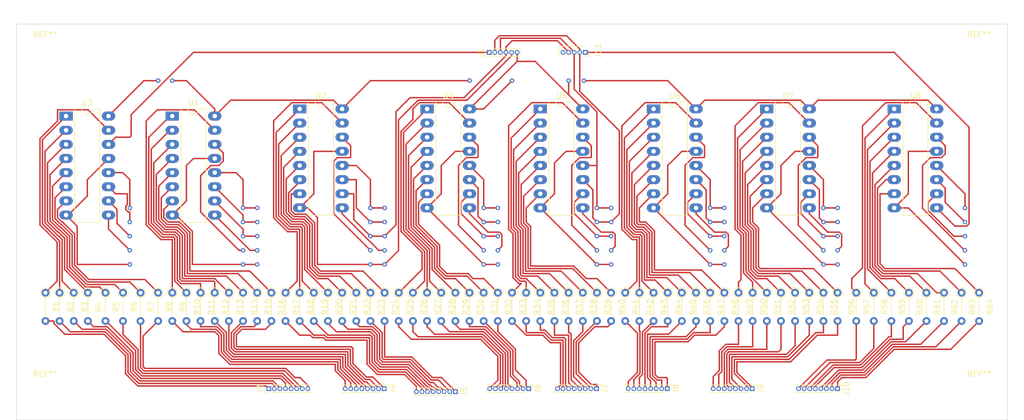
<source format=kicad_pcb>
(kicad_pcb (version 20221018) (generator pcbnew)
  (layers (0 "F.Cu" signal) (31 "B.Cu" signal) (34 "B.Paste" user) (35 "F.Paste" user) (36 "B.SilkS" user "B.Silkscreen") (37 "F.SilkS" user "F.Silkscreen") (38 "B.Mask" user) (39 "F.Mask" user) (44 "Edge.Cuts" user))
  (net 0 "")
  (net 1 "Net-(U3-QA)")
  (net 2 "Net-(J3-Pin_1)")
  (net 3 "Net-(U7-QG)")
  (net 4 "Net-(J9-Pin_2)")
  (net 5 "Net-(U7-QH)")
  (net 6 "Net-(J9-Pin_1)")
  (net 7 "Net-(U8-QA)")
  (net 8 "Net-(J10-Pin_8)")
  (net 9 "Net-(U8-QB)")
  (net 10 "Net-(J10-Pin_7)")
  (net 11 "Net-(U8-QC)")
  (net 12 "Net-(J10-Pin_6)")
  (net 13 "Net-(U8-QD)")
  (net 14 "Net-(J10-Pin_5)")
  (net 15 "Net-(U8-QE)")
  (net 16 "Net-(J10-Pin_4)")
  (net 17 "Net-(U8-QF)")
  (net 18 "Net-(J10-Pin_3)")
  (net 19 "Net-(U8-QG)")
  (net 20 "Net-(J10-Pin_2)")
  (net 21 "Net-(U1-QC)")
  (net 22 "Net-(J4-Pin_6)")
  (net 23 "Net-(U3-QB)")
  (net 24 "Net-(J3-Pin_2)")
  (net 25 "Net-(U3-QC)")
  (net 26 "Net-(J3-Pin_3)")
  (net 27 "Net-(U3-QD)")
  (net 28 "Net-(J3-Pin_4)")
  (net 29 "Net-(U3-QE)")
  (net 30 "Net-(J3-Pin_5)")
  (net 31 "Net-(U3-QF)")
  (net 32 "Net-(J3-Pin_6)")
  (net 33 "Net-(U3-QG)")
  (net 34 "Net-(J3-Pin_7)")
  (net 35 "Net-(U3-QH)")
  (net 36 "Net-(J3-Pin_8)")
  (net 37 "Net-(U1-QA)")
  (net 38 "Net-(J4-Pin_8)")
  (net 39 "Net-(U1-QB)")
  (net 40 "Net-(J4-Pin_7)")
  (net 41 "Net-(U8-QH)")
  (net 42 "Net-(J10-Pin_1)")
  (net 43 "Net-(U1-QD)")
  (net 44 "Net-(J4-Pin_5)")
  (net 45 "Net-(U1-QE)")
  (net 46 "Net-(J4-Pin_4)")
  (net 47 "Net-(U1-QF)")
  (net 48 "Net-(J4-Pin_3)")
  (net 49 "Net-(U1-QG)")
  (net 50 "Net-(J4-Pin_2)")
  (net 51 "Net-(U1-QH)")
  (net 52 "Net-(J4-Pin_1)")
  (net 53 "Net-(U2-QA)")
  (net 54 "Net-(J5-Pin_8)")
  (net 55 "Net-(U2-QB)")
  (net 56 "Net-(J5-Pin_7)")
  (net 57 "Net-(U2-QC)")
  (net 58 "Net-(J5-Pin_6)")
  (net 59 "Net-(U2-QD)")
  (net 60 "Net-(J5-Pin_5)")
  (net 61 "Net-(U2-QE)")
  (net 62 "Net-(J5-Pin_4)")
  (net 63 "Net-(U2-QF)")
  (net 64 "Net-(J5-Pin_3)")
  (net 65 "Net-(U2-QG)")
  (net 66 "Net-(J5-Pin_2)")
  (net 67 "Net-(U2-QH)")
  (net 68 "Net-(J5-Pin_1)")
  (net 69 "Net-(U4-QA)")
  (net 70 "Net-(J6-Pin_8)")
  (net 71 "Net-(U4-QB)")
  (net 72 "Net-(J6-Pin_7)")
  (net 73 "Net-(U4-QC)")
  (net 74 "Net-(J6-Pin_6)")
  (net 75 "Net-(U4-QD)")
  (net 76 "Net-(J6-Pin_5)")
  (net 77 "Net-(U4-QE)")
  (net 78 "Net-(J6-Pin_4)")
  (net 79 "Net-(U4-QF)")
  (net 80 "Net-(J6-Pin_3)")
  (net 81 "Net-(U4-QG)")
  (net 82 "Net-(J6-Pin_2)")
  (net 83 "Net-(U4-QH)")
  (net 84 "Net-(J6-Pin_1)")
  (net 85 "Net-(U5-QA)")
  (net 86 "Net-(J7-Pin_8)")
  (net 87 "Net-(U5-QB)")
  (net 88 "Net-(J7-Pin_7)")
  (net 89 "Net-(U5-QC)")
  (net 90 "Net-(J7-Pin_6)")
  (net 91 "Net-(U5-QD)")
  (net 92 "Net-(J7-Pin_5)")
  (net 93 "Net-(U5-QE)")
  (net 94 "Net-(J7-Pin_4)")
  (net 95 "Net-(U5-QF)")
  (net 96 "Net-(J7-Pin_3)")
  (net 97 "Net-(U5-QG)")
  (net 98 "Net-(J7-Pin_2)")
  (net 99 "Net-(U5-QH)")
  (net 100 "Net-(J7-Pin_1)")
  (net 101 "Net-(U6-QA)")
  (net 102 "Net-(J8-Pin_8)")
  (net 103 "Net-(U6-QB)")
  (net 104 "Net-(J8-Pin_7)")
  (net 105 "Net-(U6-QC)")
  (net 106 "Net-(J8-Pin_6)")
  (net 107 "Net-(U6-QD)")
  (net 108 "Net-(J8-Pin_5)")
  (net 109 "Net-(U6-QE)")
  (net 110 "Net-(J8-Pin_4)")
  (net 111 "Net-(U6-QF)")
  (net 112 "Net-(J8-Pin_3)")
  (net 113 "Net-(U6-QG)")
  (net 114 "Net-(J8-Pin_2)")
  (net 115 "Net-(U6-QH)")
  (net 116 "Net-(J8-Pin_1)")
  (net 117 "Net-(U7-QA)")
  (net 118 "Net-(J9-Pin_8)")
  (net 119 "Net-(U7-QB)")
  (net 120 "Net-(J9-Pin_7)")
  (net 121 "Net-(U7-QC)")
  (net 122 "Net-(J9-Pin_6)")
  (net 123 "Net-(U7-QD)")
  (net 124 "Net-(J9-Pin_5)")
  (net 125 "Net-(U7-QE)")
  (net 126 "Net-(J9-Pin_4)")
  (net 127 "Net-(U7-QF)")
  (net 128 "Net-(J9-Pin_3)")
  (net 129 "Net-(J1-Pin_5)")
  (net 130 "Net-(U1-QH')")
  (net 131 "Net-(J1-Pin_4)")
  (net 132 "Net-(J1-Pin_2)")
  (net 133 "Net-(J1-Pin_3)")
  (net 134 "Net-(U1-SER)")
  (net 135 "Net-(J1-Pin_6)")
  (net 136 "Net-(U2-QH')")
  (net 137 "Net-(J1-Pin_1)")
  (net 138 "Net-(U4-QH')")
  (net 139 "Net-(U5-QH')")
  (net 140 "Net-(U6-QH')")
  (net 141 "Net-(U7-QH')")
  (net 142 "Net-(J11-Pin_1)")
  (footprint "Resistor_THT:R_Axial_DIN0204_L3.6mm_D1.6mm_P5.08mm_Vertical" (layer "F.Cu") (at 53.34 60.96 -90)
    (fp_text reference "R13")
    (fp_text value "R_Small")
  )
  (footprint "Resistor_THT:R_Axial_DIN0204_L3.6mm_D1.6mm_P5.08mm_Vertical" (layer "F.Cu") (at 99.06 60.96 -90)
    (fp_text reference "R31")
    (fp_text value "R_Small")
  )
  (footprint "Resistor_THT:R_Axial_DIN0204_L3.6mm_D1.6mm_P5.08mm_Vertical" (layer "F.Cu") (at 121.92 60.96 -90)
    (fp_text reference "R40")
    (fp_text value "R_Small")
  )
  (footprint "Resistor_THT:R_Axial_DIN0204_L3.6mm_D1.6mm_P5.08mm_Vertical" (layer "F.Cu") (at 132.08 60.96 -90)
    (fp_text reference "R44")
    (fp_text value "R_Small")
  )
  (footprint "Resistor_THT:R_Axial_DIN0204_L3.6mm_D1.6mm_P5.08mm_Vertical" (layer "F.Cu") (at 104.14 60.96 -90)
    (fp_text reference "R33")
    (fp_text value "R_Small")
  )
  (footprint "Resistor_THT:R_Axial_DIN0204_L3.6mm_D1.6mm_P5.08mm_Vertical" (layer "F.Cu") (at 172.21 60.96 -90)
    (fp_text reference "R59")
    (fp_text value "R_Small")
  )
  (footprint "Resistor_THT:R_Axial_DIN0204_L3.6mm_D1.6mm_P5.08mm_Vertical" (layer "F.Cu") (at 111.76 60.96 -90)
    (fp_text reference "R36")
    (fp_text value "R_Small")
  )
  (footprint "Connector_PinHeader_1.00mm:PinHeader_1x08_P1.00mm_Vertical" (layer "F.Cu") (at 107.14 78.2 -90)
    (fp_text reference "J6")
    (fp_text value "Row_04")
  )
  (footprint "Resistor_THT:R_Axial_DIN0204_L3.6mm_D1.6mm_P5.08mm_Vertical" (layer "F.Cu") (at 81.28 60.96 -90)
    (fp_text reference "R24")
    (fp_text value "R_Small")
  )
  (footprint "Resistor_THT:R_Axial_DIN0204_L3.6mm_D1.6mm_P5.08mm_Vertical" (layer "F.Cu") (at 101.6 60.96 -90)
    (fp_text reference "R32")
    (fp_text value "R_Small")
  )
  (footprint "Connector_PinHeader_1.00mm:PinHeader_1x08_P1.00mm_Vertical" (layer "F.Cu") (at 119.3 78.2 -90)
    (fp_text reference "J7")
    (fp_text value "Row_05")
  )
  (footprint "Resistor_THT:R_Axial_DIN0204_L3.6mm_D1.6mm_P5.08mm_Vertical" (layer "F.Cu") (at 86.36 60.96 -90)
    (fp_text reference "R26")
    (fp_text value "R_Small")
  )
  (footprint "Resistor_THT:R_Axial_DIN0204_L3.6mm_D1.6mm_P5.08mm_Vertical" (layer "F.Cu") (at 137.16 60.96 -90)
    (fp_text reference "R46")
    (fp_text value "R_Small")
  )
  (footprint "Resistor_THT:R_Axial_DIN0204_L3.6mm_D1.6mm_P5.08mm_Vertical" (layer "F.Cu") (at 76.2 60.96 -90)
    (fp_text reference "R22")
    (fp_text value "R_Small")
  )
  (footprint "Resistor_THT:R_Axial_DIN0204_L3.6mm_D1.6mm_P5.08mm_Vertical" (layer "F.Cu") (at 83.82 60.96 -90)
    (fp_text reference "R25")
    (fp_text value "R_Small")
  )
  (footprint "Resistor_THT:R_Axial_DIN0204_L3.6mm_D1.6mm_P5.08mm_Vertical" (layer "F.Cu") (at 106.68 60.96 -90)
    (fp_text reference "R34")
    (fp_text value "R_Small")
  )
  (footprint "Resistor_THT:R_Axial_DIN0204_L3.6mm_D1.6mm_P5.08mm_Vertical" (layer "F.Cu") (at 66.04 60.96 -90)
    (fp_text reference "R18")
    (fp_text value "R_Small")
  )
  (footprint "Resistor_THT:R_Axial_DIN0204_L3.6mm_D1.6mm_P5.08mm_Vertical" (layer "F.Cu") (at 152.4 60.96 -90)
    (fp_text reference "R52")
    (fp_text value "R_Small")
  )
  (footprint "Resistor_THT:R_Axial_DIN0204_L3.6mm_D1.6mm_P5.08mm_Vertical" (layer "F.Cu") (at 91.44 60.96 -90)
    (fp_text reference "R28")
    (fp_text value "R_Small")
  )
  (footprint "Connector_PinHeader_1.00mm:PinHeader_1x08_P1.00mm_Vertical" (layer "F.Cu") (at 93.98 78.74 -90)
    (fp_text reference "J5")
    (fp_text value "Row_03")
  )
  (footprint "Connector_PinSocket_1.00mm:PinSocket_1x05_P1.00mm_Vertical" (layer "F.Cu") (at 117.3 17.78 -90)
    (fp_text reference "J11")
    (fp_text value "To_Next_board")
  )
  (footprint "Resistor_THT:R_Axial_DIN0204_L3.6mm_D1.6mm_P5.08mm_Vertical" (layer "F.Cu") (at 175.36 60.96 -90)
    (fp_text reference "R60")
    (fp_text value "R_Small")
  )
  (footprint "Resistor_THT:R_Axial_DIN0204_L3.6mm_D1.6mm_P5.08mm_Vertical" (layer "F.Cu") (at 55.88 60.96 -90)
    (fp_text reference "R14")
    (fp_text value "R_Small")
  )
  (footprint "Package_DIP:DIP-16_W7.62mm_LongPads" (layer "F.Cu") (at 24.115 29.225)
    (fp_text reference "U3")
    (fp_text value "74HC595")
  )
  (footprint "Resistor_THT:R_Axial_DIN0204_L3.6mm_D1.6mm_P5.08mm_Vertical" (layer "F.Cu") (at 119.38 60.96 -90)
    (fp_text reference "R39")
    (fp_text value "R_Small")
  )
  (footprint "Resistor_THT:R_Axial_DIN0204_L3.6mm_D1.6mm_P5.08mm_Vertical" (layer "F.Cu") (at 71.12 60.96 -90)
    (fp_text reference "R20")
    (fp_text value "R_Small")
  )
  (footprint "Package_DIP:DIP-16_W7.62mm_LongPads" (layer "F.Cu") (at 149.86 27.94)
    (fp_text reference "U7")
    (fp_text value "74HC595")
  )
  (footprint "Resistor_THT:R_Axial_DIN0204_L3.6mm_D1.6mm_P5.08mm_Vertical" (layer "F.Cu") (at 20.42 60.96 -90)
    (fp_text reference "R1")
    (fp_text value "R_Small")
  )
  (footprint "Resistor_THT:R_Axial_DIN0204_L3.6mm_D1.6mm_P5.08mm_Vertical" (layer "F.Cu") (at 149.86 60.96 -90)
    (fp_text reference "R51")
    (fp_text value "R_Small")
  )
  (footprint "Package_DIP:DIP-16_W7.62mm_LongPads" (layer "F.Cu") (at 172.72 27.94)
    (fp_text reference "U8")
    (fp_text value "74HC595")
  )
  (footprint "Resistor_THT:R_Axial_DIN0204_L3.6mm_D1.6mm_P5.08mm_Vertical" (layer "F.Cu") (at 134.62 60.96 -90)
    (fp_text reference "R45")
    (fp_text value "R_Small")
  )
  (footprint "Package_DIP:DIP-16_W7.62mm_LongPads" (layer "F.Cu") (at 129.54 27.94)
    (fp_text reference "U6")
    (fp_text value "74HC595")
  )
  (footprint "MountingHole:MountingHole_2.1mm" (layer "F.Cu") (at 20.32 78.74)
    (fp_text reference "REF**")
    (fp_text value "MountingHole_2.1mm")
  )
  (footprint "Resistor_THT:R_Axial_DIN0204_L3.6mm_D1.6mm_P5.08mm_Vertical" (layer "F.Cu") (at 162.56 60.96 -90)
    (fp_text reference "R56")
    (fp_text value "R_Small")
  )
  (footprint "MountingHole:MountingHole_2.1mm" (layer "F.Cu") (at 187.96 17.78)
    (fp_text reference "REF**")
    (fp_text value "MountingHole_2.1mm")
  )
  (footprint "Resistor_THT:R_Axial_DIN0204_L3.6mm_D1.6mm_P5.08mm_Vertical" (layer "F.Cu") (at 48.26 60.96 -90)
    (fp_text reference "R11")
    (fp_text value "R_Small")
  )
  (footprint "Resistor_THT:R_Axial_DIN0204_L3.6mm_D1.6mm_P5.08mm_Vertical" (layer "F.Cu") (at 63.5 60.96 -90)
    (fp_text reference "R17")
    (fp_text value "R_Small")
  )
  (footprint "Resistor_THT:R_Axial_DIN0204_L3.6mm_D1.6mm_P5.08mm_Vertical" (layer "F.Cu") (at 139.7 60.96 -90)
    (fp_text reference "R47")
    (fp_text value "R_Small")
  )
  (footprint "Resistor_THT:R_Axial_DIN0204_L3.6mm_D1.6mm_P5.08mm_Vertical" (layer "F.Cu") (at 165.91 60.96 -90)
    (fp_text reference "R57")
    (fp_text value "R_Small")
  )
  (footprint "Resistor_THT:R_Axial_DIN0204_L3.6mm_D1.6mm_P5.08mm_Vertical" (layer "F.Cu") (at 144.78 60.96 -90)
    (fp_text reference "R49")
    (fp_text value "R_Small")
  )
  (footprint "Resistor_THT:R_Axial_DIN0204_L3.6mm_D1.6mm_P5.08mm_Vertical" (layer "F.Cu") (at 96.52 60.96 -90)
    (fp_text reference "R30")
    (fp_text value "R_Small")
  )
  (footprint "Resistor_THT:R_Axial_DIN0204_L3.6mm_D1.6mm_P5.08mm_Vertical" (layer "F.Cu") (at 40.64 60.96 -90)
    (fp_text reference "R8")
    (fp_text value "R_Small")
  )
  (footprint "Package_DIP:DIP-16_W7.62mm_LongPads" (layer "F.Cu") (at 109.22 27.94)
    (fp_text reference "U5")
    (fp_text value "74HC595")
  )
  (footprint "Resistor_THT:R_Axial_DIN0204_L3.6mm_D1.6mm_P5.08mm_Vertical" (layer "F.Cu") (at 73.66 60.96 -90)
    (fp_text reference "R21")
    (fp_text value "R_Small")
  )
  (footprint "Resistor_THT:R_Axial_DIN0204_L3.6mm_D1.6mm_P5.08mm_Vertical" (layer "F.Cu") (at 58.42 60.96 -90)
    (fp_text reference "R15")
    (fp_text value "R_Small")
  )
  (footprint "Connector_PinHeader_1.00mm:PinHeader_1x08_P1.00mm_Vertical" (layer "F.Cu") (at 147.24 78.2 -90)
    (fp_text reference "J9")
    (fp_text value "Row_07")
  )
  (footprint "Connector_PinHeader_1.00mm:PinHeader_1x06_P1.00mm_Vertical" (layer "F.Cu") (at 100.06 17.78 90)
    (fp_text reference "J1")
    (fp_text value "Arduino_Connection_Pins")
  )
  (footprint "Resistor_THT:R_Axial_DIN0204_L3.6mm_D1.6mm_P5.08mm_Vertical" (layer "F.Cu") (at 109.22 60.96 -90)
    (fp_text reference "R35")
    (fp_text value "R_Small")
  )
  (footprint "Resistor_THT:R_Axial_DIN0204_L3.6mm_D1.6mm_P5.08mm_Vertical" (layer "F.Cu") (at 43.18 60.96 -90)
    (fp_text reference "R9")
    (fp_text value "R_Small")
  )
  (footprint "Resistor_THT:R_Axial_DIN0204_L3.6mm_D1.6mm_P5.08mm_Vertical" (layer "F.Cu") (at 37.49 60.96 -90)
    (fp_text reference "R7")
    (fp_text value "R_Small")
  )
  (footprint "Resistor_THT:R_Axial_DIN0204_L3.6mm_D1.6mm_P5.08mm_Vertical" (layer "F.Cu") (at 187.96 60.96 -90)
    (fp_text reference "R64")
    (fp_text value "R_Small")
  )
  (footprint "Resistor_THT:R_Axial_DIN0204_L3.6mm_D1.6mm_P5.08mm_Vertical" (layer "F.Cu") (at 124.46 60.96 -90)
    (fp_text reference "R41")
    (fp_text value "R_Small")
  )
  (footprint "Connector_PinHeader_1.00mm:PinHeader_1x08_P1.00mm_Vertical" (layer "F.Cu") (at 60.5 78.2 90)
    (fp_text reference "J3")
    (fp_text value "Row_01")
  )
  (footprint "Resistor_THT:R_Axial_DIN0204_L3.6mm_D1.6mm_P5.08mm_Vertical" (layer "F.Cu") (at 147.32 60.96 -90)
    (fp_text reference "R50")
    (fp_text value "R_Small")
  )
  (footprint "Resistor_THT:R_Axial_DIN0204_L3.6mm_D1.6mm_P5.08mm_Vertical" (layer "F.Cu") (at 154.94 60.96 -90)
    (fp_text reference "R53")
    (fp_text value "R_Small")
  )
  (footprint "Package_DIP:DIP-16_W7.62mm_LongPads" (layer "F.Cu") (at 88.9 27.94)
    (fp_text reference "U4")
    (fp_text value "74HC595")
  )
  (footprint "Resistor_THT:R_Axial_DIN0204_L3.6mm_D1.6mm_P5.08mm_Vertical" (layer "F.Cu") (at 157.48 60.96 -90)
    (fp_text reference "R54")
    (fp_text value "R_Small")
  )
  (footprint "Resistor_THT:R_Axial_DIN0204_L3.6mm_D1.6mm_P5.08mm_Vertical" (layer "F.Cu") (at 25.5 60.96 -90)
    (fp_text reference "R3")
    (fp_text value "R_Small")
  )
  (footprint "Resistor_THT:R_Axial_DIN0204_L3.6mm_D1.6mm_P5.08mm_Vertical" (layer "F.Cu") (at 93.98 60.96 -90)
    (fp_text reference "R29")
    (fp_text value "R_Small")
  )
  (footprint "Resistor_THT:R_Axial_DIN0204_L3.6mm_D1.6mm_P5.08mm_Vertical" (layer "F.Cu") (at 129.54 60.96 -90)
    (fp_text reference "R43")
    (fp_text value "R_Small")
  )
  (footprint "Resistor_THT:R_Axial_DIN0204_L3.6mm_D1.6mm_P5.08mm_Vertical" (layer "F.Cu") (at 181.66 60.96 -90)
    (fp_text reference "R62")
    (fp_text value "R_Small")
  )
  (footprint "Resistor_THT:R_Axial_DIN0204_L3.6mm_D1.6mm_P5.08mm_Vertical" (layer "F.Cu") (at 88.9 60.96 -90)
    (fp_text reference "R27")
    (fp_text value "R_Small")
  )
  (footprint "Resistor_THT:R_Axial_DIN0204_L3.6mm_D1.6mm_P5.08mm_Vertical" (layer "F.Cu") (at 50.8 60.96 -90)
    (fp_text reference "R12")
    (fp_text value "R_Small")
  )
  (footprint "Resistor_THT:R_Axial_DIN0204_L3.6mm_D1.6mm_P5.08mm_Vertical" (layer "F.Cu") (at 28.04 60.96 -90)
    (fp_text reference "R4")
    (fp_text value "R_Small")
  )
  (footprint "Resistor_THT:R_Axial_DIN0204_L3.6mm_D1.6mm_P5.08mm_Vertical" (layer "F.Cu") (at 60.96 60.96 -90)
    (fp_text reference "R16")
    (fp_text value "R_Small")
  )
  (footprint "Resistor_THT:R_Axial_DIN0204_L3.6mm_D1.6mm_P5.08mm_Vertical" (layer "F.Cu") (at 142.24 60.96 -90)
    (fp_text reference "R48")
    (fp_text value "R_Small")
  )
  (footprint "Resistor_THT:R_Axial_DIN0204_L3.6mm_D1.6mm_P5.08mm_Vertical" (layer "F.Cu") (at 22.96 60.96 -90)
    (fp_text reference "R2")
    (fp_text value "R_Small")
  )
  (footprint "Package_DIP:DIP-16_W7.62mm_LongPads" (layer "F.Cu") (at 43.18 29.225)
    (fp_text reference "U1")
    (fp_text value "74HC595")
  )
  (footprint "Connector_PinHeader_1.00mm:PinHeader_1x08_P1.00mm_Vertical" (layer "F.Cu") (at 162.56 78.2 -90)
    (fp_text reference "J10")
    (fp_text value "Row_08")
  )
  (footprint "Resistor_THT:R_Axial_DIN0204_L3.6mm_D1.6mm_P5.08mm_Vertical" (layer "F.Cu") (at 78.74 60.96 -90)
    (fp_text reference "R23")
    (fp_text value "R_Small")
  )
  (footprint "Resistor_THT:R_Axial_DIN0204_L3.6mm_D1.6mm_P5.08mm_Vertical" (layer "F.Cu") (at 45.72 60.96 -90)
    (fp_text reference "R10")
    (fp_text value "R_Small")
  )
  (footprint "Resistor_THT:R_Axial_DIN0204_L3.6mm_D1.6mm_P5.08mm_Vertical" (layer "F.Cu") (at 178.51 60.96 -90)
    (fp_text reference "R61")
    (fp_text value "R_Small")
  )
  (footprint "Resistor_THT:R_Axial_DIN0204_L3.6mm_D1.6mm_P5.08mm_Vertical" (layer "F.Cu") (at 160.02 60.96 -90)
    (fp_text reference "R55")
    (fp_text value "R_Small")
  )
  (footprint "Resistor_THT:R_Axial_DIN0204_L3.6mm_D1.6mm_P5.08mm_Vertical" (layer "F.Cu") (at 127 60.96 -90)
    (fp_text reference "R42")
    (fp_text value "R_Small")
  )
  (footprint "Resistor_THT:R_Axial_DIN0204_L3.6mm_D1.6mm_P5.08mm_Vertical" (layer "F.Cu") (at 116.84 60.96 -90)
    (fp_text reference "R38")
    (fp_text value "R_Small")
  )
  (footprint "MountingHole:MountingHole_2.1mm" (layer "F.Cu") (at 187.96 78.74)
    (fp_text reference "REF**")
    (fp_text value "MountingHole_2.1mm")
  )
  (footprint "Resistor_THT:R_Axial_DIN0204_L3.6mm_D1.6mm_P5.08mm_Vertical" (layer "F.Cu") (at 31.19 60.96 -90)
    (fp_text reference "R5")
    (fp_text value "R_Small")
  )
  (footprint "Resistor_THT:R_Axial_DIN0204_L3.6mm_D1.6mm_P5.08mm_Vertical" (layer "F.Cu") (at 169.06 60.96 -90)
    (fp_text reference "R58")
    (fp_text value "R_Small")
  )
  (footprint "Resistor_THT:R_Axial_DIN0204_L3.6mm_D1.6mm_P5.08mm_Vertical" (layer "F.Cu") (at 34.34 60.96 -90)
    (fp_text reference "R6")
    (fp_text value "R_Small")
  )
  (footprint "MountingHole:MountingHole_2.1mm" (layer "F.Cu") (at 20.32 17.78)
    (fp_text reference "REF**")
    (fp_text value "MountingHole_2.1mm")
  )
  (footprint "Resistor_THT:R_Axial_DIN0204_L3.6mm_D1.6mm_P5.08mm_Vertical" (layer "F.Cu") (at 184.81 60.96 -90)
    (fp_text reference "R63")
    (fp_text value "R_Small")
  )
  (footprint "Connector_PinHeader_1.00mm:PinHeader_1x08_P1.00mm_Vertical" (layer "F.Cu") (at 132 78.2 -90)
    (fp_text reference "J8")
    (fp_text value "Row_06")
  )
  (footprint "Resistor_THT:R_Axial_DIN0204_L3.6mm_D1.6mm_P5.08mm_Vertical" (layer "F.Cu") (at 68.58 60.96 -90)
    (fp_text reference "R19")
    (fp_text value "R_Small")
  )
  (footprint "Package_DIP:DIP-16_W7.62mm_LongPads" (layer "F.Cu") (at 66.04 27.94)
    (fp_text reference "U2")
    (fp_text value "74HC595")
  )
  (footprint "Resistor_THT:R_Axial_DIN0204_L3.6mm_D1.6mm_P5.08mm_Vertical" (layer "F.Cu") (at 114.3 60.96 -90)
    (fp_text reference "R37")
    (fp_text value "R_Small")
  )
  (footprint "Connector_PinHeader_1.00mm:PinHeader_1x08_P1.00mm_Vertical" (layer "F.Cu") (at 81.2 78.2 -90)
    (fp_text reference "J4")
    (fp_text value "Row_02")
  )
  (gr_rect (start 15.24 12.7) (end 193.04 83.82) (stroke (width 0.1)) (fill none) (layer "Edge.Cuts"))
  (segment (start 19.44 48.775762) (end 19.44 33.263604) (width 0.25) (layer "F.Cu") (net 1))
  (segment (start 28.07 28.1) (end 31.735 31.765) (width 0.25) (layer "F.Cu") (net 1))
  (segment (start 20.42 60.96) (end 22.51 58.87) (width 0.25) (layer "F.Cu") (net 1))
  (segment (start 22.51 51.845762) (end 19.44 48.775762) (width 0.25) (layer "F.Cu") (net 1))
  (segment (start 22.59 30.113604) (end 22.59 28.1) (width 0.25) (layer "F.Cu") (net 1))
  (segment (start 22.51 58.87) (end 22.51 51.845762) (width 0.25) (layer "F.Cu") (net 1))
  (segment (start 22.59 28.1) (end 28.07 28.1) (width 0.25) (layer "F.Cu") (net 1))
  (segment (start 19.44 33.263604) (end 22.59 30.113604) (width 0.25) (layer "F.Cu") (net 1))
  (segment (start 34.79 72.259188) (end 34.79 75.516396) (width 0.25) (layer "F.Cu") (net 2))
  (segment (start 60.00802 77.70802) (end 60.5 78.2) (width 0.25) (layer "F.Cu") (net 2))
  (segment (start 30.945812 68.415) (end 34.79 72.259188) (width 0.25) (layer "F.Cu") (net 2))
  (segment (start 21.935 66.464569) (end 23.885431 68.415) (width 0.25) (layer "F.Cu") (net 2))
  (segment (start 20.42 66.04) (end 21.935 66.04) (width 0.25) (layer "F.Cu") (net 2))
  (segment (start 21.935 66.04) (end 21.935 66.464569) (width 0.25) (layer "F.Cu") (net 2))
  (segment (start 34.79 75.516396) (end 36.981624 77.70802) (width 0.25) (layer "F.Cu") (net 2))
  (segment (start 36.981624 77.70802) (end 60.00802 77.70802) (width 0.25) (layer "F.Cu") (net 2))
  (segment (start 23.885431 68.415) (end 30.945812 68.415) (width 0.25) (layer "F.Cu") (net 2))
  (segment (start 146.87 48.446396) (end 147.924416 49.500812) (width 0.25) (layer "F.Cu") (net 3))
  (segment (start 149.86 40.64) (end 146.87 43.63) (width 0.25) (layer "F.Cu") (net 3))
  (segment (start 156.13 57.07) (end 160.02 60.96) (width 0.25) (layer "F.Cu") (net 3))
  (segment (start 146.87 43.63) (end 146.87 48.446396) (width 0.25) (layer "F.Cu") (net 3))
  (segment (start 147.924416 49.500812) (end 147.924416 56.478832) (width 0.25) (layer "F.Cu") (net 3))
  (segment (start 147.924416 56.478832) (end 148.515584 57.07) (width 0.25) (layer "F.Cu") (net 3))
  (segment (start 148.515584 57.07) (end 156.13 57.07) (width 0.25) (layer "F.Cu") (net 3))
  (segment (start 160.02 68.13) (end 158.654785 68.13) (width 0.25) (layer "F.Cu") (net 4))
  (segment (start 146.38896 78.05104) (end 146.24 78.2) (width 0.25) (layer "F.Cu") (net 4))
  (segment (start 160.02 66.04) (end 160.02 68.13) (width 0.25) (layer "F.Cu") (net 4))
  (segment (start 144.04 72.92) (end 144.04 75.46) (width 0.25) (layer "F.Cu") (net 4))
  (segment (start 146.38896 77.80896) (end 146.38896 78.05104) (width 0.25) (layer "F.Cu") (net 4))
  (segment (start 144.04 75.46) (end 146.38896 77.80896) (width 0.25) (layer "F.Cu") (net 4))
  (segment (start 153.864785 72.92) (end 144.04 72.92) (width 0.25) (layer "F.Cu") (net 4))
  (segment (start 158.654785 68.13) (end 153.864785 72.92) (width 0.25) (layer "F.Cu") (net 4))
  (segment (start 148.70198 56.62) (end 158.22 56.62) (width 0.25) (layer "F.Cu") (net 5))
  (segment (start 147.32 48.26) (end 148.374416 49.314416) (width 0.25) (layer "F.Cu") (net 5))
  (segment (start 148.374416 56.292436) (end 148.70198 56.62) (width 0.25) (layer "F.Cu") (net 5))
  (segment (start 147.32 45.72) (end 147.32 48.26) (width 0.25) (layer "F.Cu") (net 5))
  (segment (start 148.374416 49.314416) (end 148.374416 56.292436) (width 0.25) (layer "F.Cu") (net 5))
  (segment (start 149.86 43.18) (end 147.32 45.72) (width 0.25) (layer "F.Cu") (net 5))
  (segment (start 158.22 56.62) (end 162.56 60.96) (width 0.25) (layer "F.Cu") (net 5))
  (segment (start 162.56 66.04) (end 162.56 68.58) (width 0.25) (layer "F.Cu") (net 6))
  (segment (start 147.24 78.023604) (end 147.24 78.2) (width 0.25) (layer "F.Cu") (net 6))
  (segment (start 154.139569 73.37) (end 144.49 73.37) (width 0.25) (layer "F.Cu") (net 6))
  (segment (start 144.49 75.273604) (end 147.24 78.023604) (width 0.25) (layer "F.Cu") (net 6))
  (segment (start 144.49 73.37) (end 144.49 75.273604) (width 0.25) (layer "F.Cu") (net 6))
  (segment (start 158.929569 68.58) (end 154.139569 73.37) (width 0.25) (layer "F.Cu") (net 6))
  (segment (start 162.56 68.58) (end 158.929569 68.58) (width 0.25) (layer "F.Cu") (net 6))
  (segment (start 165.1 60.15) (end 165.1 58.42) (width 0.25) (layer "F.Cu") (net 7))
  (segment (start 167.03 56.49) (end 167.03 30.98) (width 0.25) (layer "F.Cu") (net 7))
  (segment (start 171.195 26.815) (end 176.675 26.815) (width 0.25) (layer "F.Cu") (net 7))
  (segment (start 165.91 60.96) (end 165.1 60.15) (width 0.25) (layer "F.Cu") (net 7))
  (segment (start 165.1 58.42) (end 167.03 56.49) (width 0.25) (layer "F.Cu") (net 7))
  (segment (start 167.03 30.98) (end 171.195 26.815) (width 0.25) (layer "F.Cu") (net 7))
  (segment (start 176.675 26.815) (end 180.34 30.48) (width 0.25) (layer "F.Cu") (net 7))
  (segment (start 155.56 78.139339) (end 155.56 78.2) (width 0.25) (layer "F.Cu") (net 8))
  (segment (start 160.649339 73.05) (end 155.56 78.139339) (width 0.25) (layer "F.Cu") (net 8))
  (segment (start 165.71 73.05) (end 160.649339 73.05) (width 0.25) (layer "F.Cu") (net 8))
  (segment (start 165.91 72.85) (end 165.71 73.05) (width 0.25) (layer "F.Cu") (net 8))
  (segment (start 165.91 66.04) (end 165.91 72.85) (width 0.25) (layer "F.Cu") (net 8))
  (segment (start 172.72 27.94) (end 167.48 33.18) (width 0.25) (layer "F.Cu") (net 9))
  (segment (start 167.48 33.18) (end 167.48 59.38) (width 0.25) (layer "F.Cu") (net 9))
  (segment (start 167.48 59.38) (end 169.06 60.96) (width 0.25) (layer "F.Cu") (net 9))
  (segment (start 161.199339 73.5) (end 156.56 78.139339) (width 0.25) (layer "F.Cu") (net 10))
  (segment (start 169.06 66.04) (end 169.06 70.961624) (width 0.25) (layer "F.Cu") (net 10))
  (segment (start 156.56 78.139339) (end 156.56 78.2) (width 0.25) (layer "F.Cu") (net 10))
  (segment (start 169.06 70.961624) (end 166.521624 73.5) (width 0.25) (layer "F.Cu") (net 10))
  (segment (start 166.521624 73.5) (end 161.199339 73.5) (width 0.25) (layer "F.Cu") (net 10))
  (segment (start 167.93 56.68) (end 172.21 60.96) (width 0.25) (layer "F.Cu") (net 11))
  (segment (start 167.93 35.27) (end 167.93 56.68) (width 0.25) (layer "F.Cu") (net 11))
  (segment (start 172.72 30.48) (end 167.93 35.27) (width 0.25) (layer "F.Cu") (net 11))
  (segment (start 157.56 78.139339) (end 157.56 78.2) (width 0.25) (layer "F.Cu") (net 12))
  (segment (start 172.21 66.04) (end 172.21 68.87) (width 0.25) (layer "F.Cu") (net 12))
  (segment (start 166.70802 73.95) (end 161.749339 73.95) (width 0.25) (layer "F.Cu") (net 12))
  (segment (start 161.749339 73.95) (end 157.56 78.139339) (width 0.25) (layer "F.Cu") (net 12))
  (segment (start 171.78802 68.87) (end 166.70802 73.95) (width 0.25) (layer "F.Cu") (net 12))
  (segment (start 172.21 68.87) (end 171.78802 68.87) (width 0.25) (layer "F.Cu") (net 12))
  (segment (start 168.38 56.493604) (end 170.306396 58.42) (width 0.25) (layer "F.Cu") (net 13))
  (segment (start 172.72 33.02) (end 168.38 37.36) (width 0.25) (layer "F.Cu") (net 13))
  (segment (start 168.38 37.36) (end 168.38 56.493604) (width 0.25) (layer "F.Cu") (net 13))
  (segment (start 172.82 58.42) (end 175.36 60.96) (width 0.25) (layer "F.Cu") (net 13))
  (segment (start 170.306396 58.42) (end 172.82 58.42) (width 0.25) (layer "F.Cu") (net 13))
  (segment (start 161.935735 74.4) (end 158.56 77.775735) (width 0.25) (layer "F.Cu") (net 14))
  (segment (start 175.36 66.04) (end 174.335 67.065) (width 0.25) (layer "F.Cu") (net 14))
  (segment (start 174.335 67.065) (end 174.335 69.32) (width 0.25) (layer "F.Cu") (net 14))
  (segment (start 166.894416 74.4) (end 161.935735 74.4) (width 0.25) (layer "F.Cu") (net 14))
  (segment (start 174.335 69.32) (end 171.974416 69.32) (width 0.25) (layer "F.Cu") (net 14))
  (segment (start 171.974416 69.32) (end 166.894416 74.4) (width 0.25) (layer "F.Cu") (net 14))
  (segment (start 158.56 77.775735) (end 158.56 78.2) (width 0.25) (layer "F.Cu") (net 14))
  (segment (start 168.83 39.45) (end 168.83 56.307208) (width 0.25) (layer "F.Cu") (net 15))
  (segment (start 175.52 57.97) (end 178.51 60.96) (width 0.25) (layer "F.Cu") (net 15))
  (segment (start 170.492792 57.97) (end 175.52 57.97) (width 0.25) (layer "F.Cu") (net 15))
  (segment (start 168.83 56.307208) (end 170.492792 57.97) (width 0.25) (layer "F.Cu") (net 15))
  (segment (start 172.72 35.56) (end 168.83 39.45) (width 0.25) (layer "F.Cu") (net 15))
  (segment (start 172.160812 69.77) (end 167.080812 74.85) (width 0.25) (layer "F.Cu") (net 16))
  (segment (start 174.78 69.77) (end 172.160812 69.77) (width 0.25) (layer "F.Cu") (net 16))
  (segment (start 159.56 78.053604) (end 159.56 78.2) (width 0.25) (layer "F.Cu") (net 16))
  (segment (start 167.080812 74.85) (end 162.763604 74.85) (width 0.25) (layer "F.Cu") (net 16))
  (segment (start 162.763604 74.85) (end 159.56 78.053604) (width 0.25) (layer "F.Cu") (net 16))
  (segment (start 178.51 66.04) (end 174.78 69.77) (width 0.25) (layer "F.Cu") (net 16))
  (segment (start 172.72 38.1) (end 169.28 41.54) (width 0.25) (layer "F.Cu") (net 17))
  (segment (start 170.679188 57.52) (end 176.9 57.52) (width 0.25) (layer "F.Cu") (net 17))
  (segment (start 180.34 60.96) (end 181.66 60.96) (width 0.25) (layer "F.Cu") (net 17))
  (segment (start 169.28 56.120812) (end 170.679188 57.52) (width 0.25) (layer "F.Cu") (net 17))
  (segment (start 169.28 41.54) (end 169.28 56.120812) (width 0.25) (layer "F.Cu") (net 17))
  (segment (start 176.9 57.52) (end 180.34 60.96) (width 0.25) (layer "F.Cu") (net 17))
  (segment (start 167.267208 75.3) (end 162.95 75.3) (width 0.25) (layer "F.Cu") (net 18))
  (segment (start 172.347208 70.22) (end 167.267208 75.3) (width 0.25) (layer "F.Cu") (net 18))
  (segment (start 162.95 75.3) (end 160.56 77.69) (width 0.25) (layer "F.Cu") (net 18))
  (segment (start 160.56 77.69) (end 160.56 78.2) (width 0.25) (layer "F.Cu") (net 18))
  (segment (start 177.48 70.22) (end 172.347208 70.22) (width 0.25) (layer "F.Cu") (net 18))
  (segment (start 181.66 66.04) (end 177.48 70.22) (width 0.25) (layer "F.Cu") (net 18))
  (segment (start 169.73 55.934416) (end 170.865584 57.07) (width 0.25) (layer "F.Cu") (net 19))
  (segment (start 172.72 40.64) (end 171.27 40.64) (width 0.25) (layer "F.Cu") (net 19))
  (segment (start 180.92 57.07) (end 184.81 60.96) (width 0.25) (layer "F.Cu") (net 19))
  (segment (start 171.27 40.64) (end 169.73 42.18) (width 0.25) (layer "F.Cu") (net 19))
  (segment (start 169.73 42.18) (end 169.73 55.934416) (width 0.25) (layer "F.Cu") (net 19))
  (segment (start 170.865584 57.07) (end 180.92 57.07) (width 0.25) (layer "F.Cu") (net 19))
  (segment (start 180.18 70.67) (end 172.533604 70.67) (width 0.25) (layer "F.Cu") (net 20))
  (segment (start 184.81 66.04) (end 180.18 70.67) (width 0.25) (layer "F.Cu") (net 20))
  (segment (start 167.453604 75.75) (end 163.136396 75.75) (width 0.25) (layer "F.Cu") (net 20))
  (segment (start 172.533604 70.67) (end 167.453604 75.75) (width 0.25) (layer "F.Cu") (net 20))
  (segment (start 161.56 77.326396) (end 161.56 78.2) (width 0.25) (layer "F.Cu") (net 20))
  (segment (start 163.136396 75.75) (end 161.56 77.326396) (width 0.25) (layer "F.Cu") (net 20))
  (segment (start 44.08 58.683604) (end 44.716396 59.32) (width 0.25) (layer "F.Cu") (net 21))
  (segment (start 39.405 48.40297) (end 41.51203 50.51) (width 0.25) (layer "F.Cu") (net 21))
  (segment (start 43.18 31.765) (end 42.78 31.765) (width 0.25) (layer "F.Cu") (net 21))
  (segment (start 42.78 31.765) (end 39.405 35.14) (width 0.25) (layer "F.Cu") (net 21))
  (segment (start 44.716396 59.32) (end 48.26 59.32) (width 0.25) (layer "F.Cu") (net 21))
  (segment (start 43.552792 50.51) (end 44.08 51.037208) (width 0.25) (layer "F.Cu") (net 21))
  (segment (start 44.08 51.037208) (end 44.08 58.683604) (width 0.25) (layer "F.Cu") (net 21))
  (segment (start 41.51203 50.51) (end 43.552792 50.51) (width 0.25) (layer "F.Cu") (net 21))
  (segment (start 39.405 35.14) (end 39.405 48.40297) (width 0.25) (layer "F.Cu") (net 21))
  (segment (start 48.26 59.32) (end 48.26 60.96) (width 0.25) (layer "F.Cu") (net 21))
  (segment (start 52.44 68.316396) (end 52.44 71.492792) (width 0.25) (layer "F.Cu") (net 22))
  (segment (start 73.34 72.92) (end 73.34 74.612792) (width 0.25) (layer "F.Cu") (net 22))
  (segment (start 73.34 74.612792) (end 76.2 77.472792) (width 0.25) (layer "F.Cu") (net 22))
  (segment (start 76.2 77.472792) (end 76.2 78.2) (width 0.25) (layer "F.Cu") (net 22))
  (segment (start 48.26 67.065) (end 51.188604 67.065) (width 0.25) (layer "F.Cu") (net 22))
  (segment (start 52.44 71.492792) (end 53.867208 72.92) (width 0.25) (layer "F.Cu") (net 22))
  (segment (start 76.260661 78.2) (end 76.2 78.2) (width 0.25) (layer "F.Cu") (net 22))
  (segment (start 48.26 66.04) (end 48.26 67.065) (width 0.25) (layer "F.Cu") (net 22))
  (segment (start 53.867208 72.92) (end 73.34 72.92) (width 0.25) (layer "F.Cu") (net 22))
  (segment (start 51.188604 67.065) (end 52.44 68.316396) (width 0.25) (layer "F.Cu") (net 22))
  (segment (start 19.89 33.45) (end 19.89 48.589366) (width 0.25) (layer "F.Cu") (net 23))
  (segment (start 22.96 51.659366) (end 22.96 60.96) (width 0.25) (layer "F.Cu") (net 23))
  (segment (start 19.89 48.589366) (end 22.96 51.659366) (width 0.25) (layer "F.Cu") (net 23))
  (segment (start 24.115 29.225) (end 19.89 33.45) (width 0.25) (layer "F.Cu") (net 23))
  (segment (start 61.05802 77.25802) (end 61.5 77.7) (width 0.25) (layer "F.Cu") (net 24))
  (segment (start 35.24 72.072792) (end 35.24 75.33) (width 0.25) (layer "F.Cu") (net 24))
  (segment (start 22.96 66.04) (end 24.885 67.965) (width 0.25) (layer "F.Cu") (net 24))
  (segment (start 24.885 67.965) (end 31.132208 67.965) (width 0.25) (layer "F.Cu") (net 24))
  (segment (start 35.24 75.33) (end 37.16802 77.25802) (width 0.25) (layer "F.Cu") (net 24))
  (segment (start 61.5 77.7) (end 61.5 78.2) (width 0.25) (layer "F.Cu") (net 24))
  (segment (start 37.16802 77.25802) (end 61.05802 77.25802) (width 0.25) (layer "F.Cu") (net 24))
  (segment (start 31.132208 67.965) (end 35.24 72.072792) (width 0.25) (layer "F.Cu") (net 24))
  (segment (start 23.41 51.35) (end 23.41 58.87) (width 0.25) (layer "F.Cu") (net 25))
  (segment (start 24.115 31.765) (end 20.34 35.54) (width 0.25) (layer "F.Cu") (net 25))
  (segment (start 20.34 35.54) (end 20.34 48.40297) (width 0.25) (layer "F.Cu") (net 25))
  (segment (start 22.73703 50.8) (end 22.86 50.8) (width 0.25) (layer "F.Cu") (net 25))
  (segment (start 22.86 50.8) (end 23.41 51.35) (width 0.25) (layer "F.Cu") (net 25))
  (segment (start 23.41 58.87) (end 25.5 60.96) (width 0.25) (layer "F.Cu") (net 25))
  (segment (start 20.34 48.40297) (end 22.73703 50.8) (width 0.25) (layer "F.Cu") (net 25))
  (segment (start 37.354416 76.80802) (end 61.244416 76.80802) (width 0.25) (layer "F.Cu") (net 26))
  (segment (start 35.69 75.143604) (end 37.354416 76.80802) (width 0.25) (layer "F.Cu") (net 26))
  (segment (start 35.69 71.886396) (end 35.69 75.143604) (width 0.25) (layer "F.Cu") (net 26))
  (segment (start 61.244416 76.80802) (end 62.5 78.063604) (width 0.25) (layer "F.Cu") (net 26))
  (segment (start 31.318604 67.515) (end 35.69 71.886396) (width 0.25) (layer "F.Cu") (net 26))
  (segment (start 25.5 66.04) (end 26.975 67.515) (width 0.25) (layer "F.Cu") (net 26))
  (segment (start 62.5 78.063604) (end 62.5 78.2) (width 0.25) (layer "F.Cu") (net 26))
  (segment (start 26.975 67.515) (end 31.318604 67.515) (width 0.25) (layer "F.Cu") (net 26))
  (segment (start 20.79 48.216574) (end 22.633426 50.06) (width 0.25) (layer "F.Cu") (net 27))
  (segment (start 22.756396 50.06) (end 23.86 51.163604) (width 0.25) (layer "F.Cu") (net 27))
  (segment (start 24.115 34.305) (end 20.79 37.63) (width 0.25) (layer "F.Cu") (net 27))
  (segment (start 23.86 51.163604) (end 23.86 56.78) (width 0.25) (layer "F.Cu") (net 27))
  (segment (start 23.86 56.78) (end 28.04 60.96) (width 0.25) (layer "F.Cu") (net 27))
  (segment (start 22.633426 50.06) (end 22.756396 50.06) (width 0.25) (layer "F.Cu") (net 27))
  (segment (start 20.79 37.63) (end 20.79 48.216574) (width 0.25) (layer "F.Cu") (net 27))
  (segment (start 62.622664 76.35802) (end 63.5 77.235356) (width 0.25) (layer "F.Cu") (net 28))
  (segment (start 36.14 71.7) (end 36.14 74.957208) (width 0.25) (layer "F.Cu") (net 28))
  (segment (start 63.5 77.235356) (end 63.5 78.2) (width 0.25) (layer "F.Cu") (net 28))
  (segment (start 37.540812 76.35802) (end 62.622664 76.35802) (width 0.25) (layer "F.Cu") (net 28))
  (segment (start 31.505 67.065) (end 36.14 71.7) (width 0.25) (layer "F.Cu") (net 28))
  (segment (start 36.14 74.957208) (end 37.540812 76.35802) (width 0.25) (layer "F.Cu") (net 28))
  (segment (start 29.065 67.065) (end 31.505 67.065) (width 0.25) (layer "F.Cu") (net 28))
  (segment (start 28.04 66.04) (end 29.065 67.065) (width 0.25) (layer "F.Cu") (net 28))
  (segment (start 21.24 48.030178) (end 22.819822 49.61) (width 0.25) (layer "F.Cu") (net 29))
  (segment (start 27.651396 59.935) (end 30.165 59.935) (width 0.25) (layer "F.Cu") (net 29))
  (segment (start 24.115 36.845) (end 21.24 39.72) (width 0.25) (layer "F.Cu") (net 29))
  (segment (start 24.31 50.977208) (end 24.31 56.593604) (width 0.25) (layer "F.Cu") (net 29))
  (segment (start 22.942792 49.61) (end 24.31 50.977208) (width 0.25) (layer "F.Cu") (net 29))
  (segment (start 30.165 59.935) (end 31.19 60.96) (width 0.25) (layer "F.Cu") (net 29))
  (segment (start 21.24 39.72) (end 21.24 48.030178) (width 0.25) (layer "F.Cu") (net 29))
  (segment (start 22.819822 49.61) (end 22.942792 49.61) (width 0.25) (layer "F.Cu") (net 29))
  (segment (start 24.31 56.593604) (end 27.651396 59.935) (width 0.25) (layer "F.Cu") (net 29))
  (segment (start 64.5 77.59896) (end 64.5 78.2) (width 0.25) (layer "F.Cu") (net 30))
  (segment (start 62.80906 75.90802) (end 64.5 77.59896) (width 0.25) (layer "F.Cu") (net 30))
  (segment (start 31.19 66.04) (end 31.2925 66.04) (width 0.25) (layer "F.Cu") (net 30))
  (segment (start 36.59 74.770812) (end 37.727208 75.90802) (width 0.25) (layer "F.Cu") (net 30))
  (segment (start 36.59 71.3375) (end 36.59 74.770812) (width 0.25) (layer "F.Cu") (net 30))
  (segment (start 31.2925 66.04) (end 36.59 71.3375) (width 0.25) (layer "F.Cu") (net 30))
  (segment (start 37.727208 75.90802) (end 62.80906 75.90802) (width 0.25) (layer "F.Cu") (net 30))
  (segment (start 21.69 47.843782) (end 23.006218 49.16) (width 0.25) (layer "F.Cu") (net 31))
  (segment (start 32.865 59.485) (end 34.34 60.96) (width 0.25) (layer "F.Cu") (net 31))
  (segment (start 23.129188 49.16) (end 24.76 50.790812) (width 0.25) (layer "F.Cu") (net 31))
  (segment (start 24.76 50.790812) (end 24.76 56.407208) (width 0.25) (layer "F.Cu") (net 31))
  (segment (start 23.006218 49.16) (end 23.129188 49.16) (width 0.25) (layer "F.Cu") (net 31))
  (segment (start 21.69 41.81) (end 21.69 47.843782) (width 0.25) (layer "F.Cu") (net 31))
  (segment (start 24.76 56.407208) (end 27.837792 59.485) (width 0.25) (layer "F.Cu") (net 31))
  (segment (start 24.115 39.385) (end 21.69 41.81) (width 0.25) (layer "F.Cu") (net 31))
  (segment (start 27.837792 59.485) (end 32.865 59.485) (width 0.25) (layer "F.Cu") (net 31))
  (segment (start 65.5 77.962564) (end 65.5 78.2) (width 0.25) (layer "F.Cu") (net 32))
  (segment (start 34.34 66.04) (end 34.34 68.451104) (width 0.25) (layer "F.Cu") (net 32))
  (segment (start 62.995456 75.45802) (end 65.5 77.962564) (width 0.25) (layer "F.Cu") (net 32))
  (segment (start 37.913604 75.45802) (end 62.995456 75.45802) (width 0.25) (layer "F.Cu") (net 32))
  (segment (start 37.04 71.151104) (end 37.04 74.584416) (width 0.25) (layer "F.Cu") (net 32))
  (segment (start 37.04 74.584416) (end 37.913604 75.45802) (width 0.25) (layer "F.Cu") (net 32))
  (segment (start 34.34 68.451104) (end 37.04 71.151104) (width 0.25) (layer "F.Cu") (net 32))
  (segment (start 22.14 47.657386) (end 23.192614 48.71) (width 0.25) (layer "F.Cu") (net 33))
  (segment (start 24.115 41.925) (end 22.14 43.9) (width 0.25) (layer "F.Cu") (net 33))
  (segment (start 22.14 43.9) (end 22.14 47.657386) (width 0.25) (layer "F.Cu") (net 33))
  (segment (start 35.565 59.035) (end 37.49 60.96) (width 0.25) (layer "F.Cu") (net 33))
  (segment (start 23.192614 48.71) (end 23.315584 48.71) (width 0.25) (layer "F.Cu") (net 33))
  (segment (start 25.21 56.220812) (end 28.024188 59.035) (width 0.25) (layer "F.Cu") (net 33))
  (segment (start 25.21 50.604416) (end 25.21 56.220812) (width 0.25) (layer "F.Cu") (net 33))
  (segment (start 23.315584 48.71) (end 25.21 50.604416) (width 0.25) (layer "F.Cu") (net 33))
  (segment (start 28.024188 59.035) (end 35.565 59.035) (width 0.25) (layer "F.Cu") (net 33))
  (segment (start 63.368681 75.00802) (end 66.5 78.139339) (width 0.25) (layer "F.Cu") (net 34))
  (segment (start 66.5 78.09802) (end 66.5 78.2) (width 0.25) (layer "F.Cu") (net 34))
  (segment (start 37.49 74.39802) (end 38.1 75.00802) (width 0.25) (layer "F.Cu") (net 34))
  (segment (start 37.49 66.04) (end 37.49 74.39802) (width 0.25) (layer "F.Cu") (net 34))
  (segment (start 66.5 78.139339) (end 66.5 78.2) (width 0.25) (layer "F.Cu") (net 34))
  (segment (start 38.1 75.00802) (end 63.368681 75.00802) (width 0.25) (layer "F.Cu") (net 34))
  (segment (start 25.66 56.034416) (end 28.210584 58.585) (width 0.25) (layer "F.Cu") (net 35))
  (segment (start 38.265 58.585) (end 40.64 60.96) (width 0.25) (layer "F.Cu") (net 35))
  (segment (start 22.59 45.99) (end 22.59 47.47099) (width 0.25) (layer "F.Cu") (net 35))
  (segment (start 24.115 44.465) (end 22.59 45.99) (width 0.25) (layer "F.Cu") (net 35))
  (segment (start 25.66 50.41802) (end 25.66 56.034416) (width 0.25) (layer "F.Cu") (net 35))
  (segment (start 28.210584 58.585) (end 38.265 58.585) (width 0.25) (layer "F.Cu") (net 35))
  (segment (start 22.59 47.47099) (end 23.37901 48.26) (width 0.25) (layer "F.Cu") (net 35))
  (segment (start 23.50198 48.26) (end 25.66 50.41802) (width 0.25) (layer "F.Cu") (net 35))
  (segment (start 23.37901 48.26) (end 23.50198 48.26) (width 0.25) (layer "F.Cu") (net 35))
  (segment (start 40.64 66.04) (end 37.94 68.74) (width 0.25) (layer "F.Cu") (net 36))
  (segment (start 63.555077 74.55802) (end 65.197057 76.2) (width 0.25) (layer "F.Cu") (net 36))
  (segment (start 65.197057 76.2) (end 66.10104 76.2) (width 0.25) (layer "F.Cu") (net 36))
  (segment (start 66.10104 76.2) (end 67.5 77.59896) (width 0.25) (layer "F.Cu") (net 36))
  (segment (start 67.5 77.59896) (end 67.5 78.2) (width 0.25) (layer "F.Cu") (net 36))
  (segment (start 37.94 74.211624) (end 38.286396 74.55802) (width 0.25) (layer "F.Cu") (net 36))
  (segment (start 38.286396 74.55802) (end 63.555077 74.55802) (width 0.25) (layer "F.Cu") (net 36))
  (segment (start 37.94 68.74) (end 37.94 74.211624) (width 0.25) (layer "F.Cu") (net 36))
  (segment (start 47.135 28.1) (end 40.48 28.1) (width 0.25) (layer "F.Cu") (net 37))
  (segment (start 41.139238 51.41) (end 43.18 51.41) (width 0.25) (layer "F.Cu") (net 37))
  (segment (start 40.48 28.1) (end 38.505 30.075) (width 0.25) (layer "F.Cu") (net 37))
  (segment (start 38.505 48.775762) (end 41.139238 51.41) (width 0.25) (layer "F.Cu") (net 37))
  (segment (start 50.8 31.765) (end 47.135 28.1) (width 0.25) (layer "F.Cu") (net 37))
  (segment (start 38.505 30.075) (end 38.505 48.775762) (width 0.25) (layer "F.Cu") (net 37))
  (segment (start 43.18 51.41) (end 43.18 60.96) (width 0.25) (layer "F.Cu") (net 37))
  (segment (start 50.815812 67.965) (end 45.105 67.965) (width 0.25) (layer "F.Cu") (net 38))
  (segment (start 72.44 73.82) (end 53.494416 73.82) (width 0.25) (layer "F.Cu") (net 38))
  (segment (start 51.54 68.689188) (end 50.815812 67.965) (width 0.25) (layer "F.Cu") (net 38))
  (segment (start 53.494416 73.82) (end 51.54 71.865584) (width 0.25) (layer "F.Cu") (net 38))
  (segment (start 72.44 74.985584) (end 72.44 73.82) (width 0.25) (layer "F.Cu") (net 38))
  (segment (start 74.2 78.2) (end 74.2 76.745584) (width 0.25) (layer "F.Cu") (net 38))
  (segment (start 74.2 76.745584) (end 72.44 74.985584) (width 0.25) (layer "F.Cu") (net 38))
  (segment (start 51.54 71.865584) (end 51.54 68.689188) (width 0.25) (layer "F.Cu") (net 38))
  (segment (start 45.105 67.965) (end 43.18 66.04) (width 0.25) (layer "F.Cu") (net 38))
  (segment (start 42.78 29.225) (end 38.955 33.05) (width 0.25) (layer "F.Cu") (net 39))
  (segment (start 38.955 33.05) (end 38.955 48.589366) (width 0.25) (layer "F.Cu") (net 39))
  (segment (start 43.18 29.225) (end 42.78 29.225) (width 0.25) (layer "F.Cu") (net 39))
  (segment (start 43.63 51.223604) (end 43.63 58.87) (width 0.25) (layer "F.Cu") (net 39))
  (segment (start 43.366396 50.96) (end 43.63 51.223604) (width 0.25) (layer "F.Cu") (net 39))
  (segment (start 43.63 58.87) (end 45.72 60.96) (width 0.25) (layer "F.Cu") (net 39))
  (segment (start 41.325634 50.96) (end 43.366396 50.96) (width 0.25) (layer "F.Cu") (net 39))
  (segment (start 38.955 48.589366) (end 41.325634 50.96) (width 0.25) (layer "F.Cu") (net 39))
  (segment (start 72.89 74.799188) (end 75.2 77.109188) (width 0.25) (layer "F.Cu") (net 40))
  (segment (start 46.558604 67.515) (end 51.002208 67.515) (width 0.25) (layer "F.Cu") (net 40))
  (segment (start 75.45 78.2) (end 75.2 78.2) (width 0.25) (layer "F.Cu") (net 40))
  (segment (start 51.002208 67.515) (end 51.99 68.502792) (width 0.25) (layer "F.Cu") (net 40))
  (segment (start 51.99 71.679188) (end 53.680812 73.37) (width 0.25) (layer "F.Cu") (net 40))
  (segment (start 51.99 68.502792) (end 51.99 71.679188) (width 0.25) (layer "F.Cu") (net 40))
  (segment (start 72.89 73.37) (end 72.89 74.799188) (width 0.25) (layer "F.Cu") (net 40))
  (segment (start 45.72 66.676396) (end 46.558604 67.515) (width 0.25) (layer "F.Cu") (net 40))
  (segment (start 53.680812 73.37) (end 72.89 73.37) (width 0.25) (layer "F.Cu") (net 40))
  (segment (start 45.72 66.04) (end 45.72 66.676396) (width 0.25) (layer "F.Cu") (net 40))
  (segment (start 75.2 77.109188) (end 75.2 78.2) (width 0.25) (layer "F.Cu") (net 40))
  (segment (start 170.18 43.18) (end 170.18 55.74802) (width 0.25) (layer "F.Cu") (net 41))
  (segment (start 183.62 56.62) (end 187.96 60.96) (width 0.25) (layer "F.Cu") (net 41))
  (segment (start 171.05198 56.62) (end 183.62 56.62) (width 0.25) (layer "F.Cu") (net 41))
  (segment (start 170.18 55.74802) (end 171.05198 56.62) (width 0.25) (layer "F.Cu") (net 41))
  (segment (start 172.72 43.18) (end 170.18 43.18) (width 0.25) (layer "F.Cu") (net 41))
  (segment (start 182.88 71.12) (end 172.72 71.12) (width 0.25) (layer "F.Cu") (net 42))
  (segment (start 187.96 66.04) (end 182.88 71.12) (width 0.25) (layer "F.Cu") (net 42))
  (segment (start 167.64 76.2) (end 163.322792 76.2) (width 0.25) (layer "F.Cu") (net 42))
  (segment (start 162.56 76.962792) (end 162.56 78.2) (width 0.25) (layer "F.Cu") (net 42))
  (segment (start 172.72 71.12) (end 167.64 76.2) (width 0.25) (layer "F.Cu") (net 42))
  (segment (start 163.322792 76.2) (end 162.56 76.962792) (width 0.25) (layer "F.Cu") (net 42))
  (segment (start 39.855 48.216574) (end 39.855 37.63) (width 0.25) (layer "F.Cu") (net 43))
  (segment (start 50.613604 58.87) (end 44.902792 58.87) (width 0.25) (layer "F.Cu") (net 43))
  (segment (start 44.902792 58.87) (end 44.53 58.497208) (width 0.25) (layer "F.Cu") (net 43))
  (segment (start 50.8 60.96) (end 50.8 59.056396) (width 0.25) (layer "F.Cu") (net 43))
  (segment (start 39.855 37.63) (end 43.18 34.305) (width 0.25) (layer "F.Cu") (net 43))
  (segment (start 44.53 58.497208) (end 44.53 50.850812) (width 0.25) (layer "F.Cu") (net 43))
  (segment (start 43.739188 50.06) (end 41.698426 50.06) (width 0.25) (layer "F.Cu") (net 43))
  (segment (start 44.53 50.850812) (end 43.739188 50.06) (width 0.25) (layer "F.Cu") (net 43))
  (segment (start 50.8 59.056396) (end 50.613604 58.87) (width 0.25) (layer "F.Cu") (net 43))
  (segment (start 41.698426 50.06) (end 39.855 48.216574) (width 0.25) (layer "F.Cu") (net 43))
  (segment (start 52.89 68.13) (end 52.89 71.306396) (width 0.25) (layer "F.Cu") (net 44))
  (segment (start 52.89 71.306396) (end 54.053604 72.47) (width 0.25) (layer "F.Cu") (net 44))
  (segment (start 73.79 72.47) (end 73.79 74.426396) (width 0.25) (layer "F.Cu") (net 44))
  (segment (start 77.2 77.836396) (end 77.2 78.2) (width 0.25) (layer "F.Cu") (net 44))
  (segment (start 54.053604 72.47) (end 73.79 72.47) (width 0.25) (layer "F.Cu") (net 44))
  (segment (start 50.8 66.04) (end 52.89 68.13) (width 0.25) (layer "F.Cu") (net 44))
  (segment (start 73.79 74.426396) (end 77.2 77.836396) (width 0.25) (layer "F.Cu") (net 44))
  (segment (start 41.884822 49.61) (end 43.925584 49.61) (width 0.25) (layer "F.Cu") (net 45))
  (segment (start 44.98 58.310812) (end 45.089188 58.42) (width 0.25) (layer "F.Cu") (net 45))
  (segment (start 43.18 36.845) (end 40.305 39.72) (width 0.25) (layer "F.Cu") (net 45))
  (segment (start 43.925584 49.61) (end 44.98 50.664416) (width 0.25) (layer "F.Cu") (net 45))
  (segment (start 40.305 39.72) (end 40.305 48.030178) (width 0.25) (layer "F.Cu") (net 45))
  (segment (start 40.305 48.030178) (end 41.884822 49.61) (width 0.25) (layer "F.Cu") (net 45))
  (segment (start 45.089188 58.42) (end 50.8 58.42) (width 0.25) (layer "F.Cu") (net 45))
  (segment (start 50.8 58.42) (end 53.34 60.96) (width 0.25) (layer "F.Cu") (net 45))
  (segment (start 44.98 50.664416) (end 44.98 58.310812) (width 0.25) (layer "F.Cu") (net 45))
  (segment (start 53.34 71.12) (end 54.24 72.02) (width 0.25) (layer "F.Cu") (net 46))
  (segment (start 74.24 72.02) (end 74.24 74.24) (width 0.25) (layer "F.Cu") (net 46))
  (segment (start 54.24 72.02) (end 74.24 72.02) (width 0.25) (layer "F.Cu") (net 46))
  (segment (start 78.2 78.139339) (end 78.2 78.2) (width 0.25) (layer "F.Cu") (net 46))
  (segment (start 53.34 66.04) (end 53.34 71.12) (width 0.25) (layer "F.Cu") (net 46))
  (segment (start 74.24 74.24) (end 77.45 77.45) (width 0.25) (layer "F.Cu") (net 46))
  (segment (start 77.510661 77.45) (end 78.2 78.139339) (width 0.25) (layer "F.Cu") (net 46))
  (segment (start 77.45 77.45) (end 77.510661 77.45) (width 0.25) (layer "F.Cu") (net 46))
  (segment (start 45.43 57.97) (end 52.89 57.97) (width 0.25) (layer "F.Cu") (net 47))
  (segment (start 40.755 47.843782) (end 42.071218 49.16) (width 0.25) (layer "F.Cu") (net 47))
  (segment (start 52.89 57.97) (end 55.88 60.96) (width 0.25) (layer "F.Cu") (net 47))
  (segment (start 43.18 39.385) (end 40.755 41.81) (width 0.25) (layer "F.Cu") (net 47))
  (segment (start 45.43 50.47802) (end 45.43 57.97) (width 0.25) (layer "F.Cu") (net 47))
  (segment (start 42.071218 49.16) (end 44.11198 49.16) (width 0.25) (layer "F.Cu") (net 47))
  (segment (start 40.755 41.81) (end 40.755 47.843782) (width 0.25) (layer "F.Cu") (net 47))
  (segment (start 44.11198 49.16) (end 45.43 50.47802) (width 0.25) (layer "F.Cu") (net 47))
  (segment (start 54.426396 71.57) (end 74.69 71.57) (width 0.25) (layer "F.Cu") (net 48))
  (segment (start 53.79 70.933604) (end 54.426396 71.57) (width 0.25) (layer "F.Cu") (net 48))
  (segment (start 77.636396 77) (end 78.060661 77) (width 0.25) (layer "F.Cu") (net 48))
  (segment (start 79.2 78.139339) (end 79.2 78.2) (width 0.25) (layer "F.Cu") (net 48))
  (segment (start 74.69 71.57) (end 74.69 74.053604) (width 0.25) (layer "F.Cu") (net 48))
  (segment (start 55.88 66.04) (end 53.79 68.13) (width 0.25) (layer "F.Cu") (net 48))
  (segment (start 74.69 74.053604) (end 77.636396 77) (width 0.25) (layer "F.Cu") (net 48))
  (segment (start 53.79 68.13) (end 53.79 70.933604) (width 0.25) (layer "F.Cu") (net 48))
  (segment (start 78.060661 77) (end 79.2 78.139339) (width 0.25) (layer "F.Cu") (net 48))
  (segment (start 41.205 43.9) (end 41.205 47.657386) (width 0.25) (layer "F.Cu") (net 49))
  (segment (start 54.98 57.52) (end 58.42 60.96) (width 0.25) (layer "F.Cu") (net 49))
  (segment (start 45.88 57.52) (end 54.98 57.52) (width 0.25) (layer "F.Cu") (net 49))
  (segment (start 45.88 50.291624) (end 45.88 57.52) (width 0.25) (layer "F.Cu") (net 49))
  (segment (start 44.298376 48.71) (end 45.88 50.291624) (width 0.25) (layer "F.Cu") (net 49))
  (segment (start 42.257614 48.71) (end 44.298376 48.71) (width 0.25) (layer "F.Cu") (net 49))
  (segment (start 41.205 47.657386) (end 42.257614 48.71) (width 0.25) (layer "F.Cu") (net 49))
  (segment (start 43.18 41.925) (end 41.205 43.9) (width 0.25) (layer "F.Cu") (net 49))
  (segment (start 75.14 73.867208) (end 77.822792 76.55) (width 0.25) (layer "F.Cu") (net 50))
  (segment (start 58.42 66.04) (end 58.42 66.464569) (width 0.25) (layer "F.Cu") (net 50))
  (segment (start 57.819569 67.065) (end 55.491396 67.065) (width 0.25) (layer "F.Cu") (net 50))
  (segment (start 55.491396 67.065) (end 54.24 68.316396) (width 0.25) (layer "F.Cu") (net 50))
  (segment (start 80.2 78.139339) (end 80.2 78.2) (width 0.25) (layer "F.Cu") (net 50))
  (segment (start 54.24 70.747208) (end 54.612792 71.12) (width 0.25) (layer "F.Cu") (net 50))
  (segment (start 54.612792 71.12) (end 75.14 71.12) (width 0.25) (layer "F.Cu") (net 50))
  (segment (start 77.822792 76.55) (end 78.610661 76.55) (width 0.25) (layer "F.Cu") (net 50))
  (segment (start 75.14 71.12) (end 75.14 73.867208) (width 0.25) (layer "F.Cu") (net 50))
  (segment (start 58.42 66.464569) (end 57.819569 67.065) (width 0.25) (layer "F.Cu") (net 50))
  (segment (start 54.24 68.316396) (end 54.24 70.747208) (width 0.25) (layer "F.Cu") (net 50))
  (segment (start 78.610661 76.55) (end 80.2 78.139339) (width 0.25) (layer "F.Cu") (net 50))
  (segment (start 41.655 47.47099) (end 42.44401 48.26) (width 0.25) (layer "F.Cu") (net 51))
  (segment (start 46.33 50.105228) (end 46.33 57.07) (width 0.25) (layer "F.Cu") (net 51))
  (segment (start 46.33 57.07) (end 57.07 57.07) (width 0.25) (layer "F.Cu") (net 51))
  (segment (start 42.44401 48.26) (end 44.484772 48.26) (width 0.25) (layer "F.Cu") (net 51))
  (segment (start 57.07 57.07) (end 60.96 60.96) (width 0.25) (layer "F.Cu") (net 51))
  (segment (start 44.484772 48.26) (end 46.33 50.105228) (width 0.25) (layer "F.Cu") (net 51))
  (segment (start 41.655 45.99) (end 41.655 47.47099) (width 0.25) (layer "F.Cu") (net 51))
  (segment (start 43.18 44.465) (end 41.655 45.99) (width 0.25) (layer "F.Cu") (net 51))
  (segment (start 54.799188 70.67) (end 75.326396 70.67) (width 0.25) (layer "F.Cu") (net 52))
  (segment (start 75.59 70.933604) (end 75.59 73.680812) (width 0.25) (layer "F.Cu") (net 52))
  (segment (start 78.009188 76.1) (end 79.160661 76.1) (width 0.25) (layer "F.Cu") (net 52))
  (segment (start 60.96 66.04) (end 60.96 66.464569) (width 0.25) (layer "F.Cu") (net 52))
  (segment (start 75.59 73.680812) (end 78.009188 76.1) (width 0.25) (layer "F.Cu") (net 52))
  (segment (start 81.2 78.139339) (end 81.2 78.2) (width 0.25) (layer "F.Cu") (net 52))
  (segment (start 59.909569 67.515) (end 55.677792 67.515) (width 0.25) (layer "F.Cu") (net 52))
  (segment (start 75.326396 70.67) (end 75.59 70.933604) (width 0.25) (layer "F.Cu") (net 52))
  (segment (start 55.677792 67.515) (end 54.69 68.502792) (width 0.25) (layer "F.Cu") (net 52))
  (segment (start 54.69 70.560812) (end 54.799188 70.67) (width 0.25) (layer "F.Cu") (net 52))
  (segment (start 60.96 66.464569) (end 59.909569 67.515) (width 0.25) (layer "F.Cu") (net 52))
  (segment (start 54.69 68.502792) (end 54.69 70.560812) (width 0.25) (layer "F.Cu") (net 52))
  (segment (start 79.160661 76.1) (end 81.2 78.139339) (width 0.25) (layer "F.Cu") (net 52))
  (segment (start 65.59 49.995) (end 63.869238 49.995) (width 0.25) (layer "F.Cu") (net 53))
  (segment (start 63.869238 49.995) (end 61.365 47.490762) (width 0.25) (layer "F.Cu") (net 53))
  (segment (start 61.365 47.490762) (end 61.365 30.075) (width 0.25) (layer "F.Cu") (net 53))
  (segment (start 63.5 60.96) (end 65.59 58.87) (width 0.25) (layer "F.Cu") (net 53))
  (segment (start 65.59 58.87) (end 65.59 49.995) (width 0.25) (layer "F.Cu") (net 53))
  (segment (start 61.365 30.075) (end 64.625 26.815) (width 0.25) (layer "F.Cu") (net 53))
  (segment (start 64.625 26.815) (end 69.995 26.815) (width 0.25) (layer "F.Cu") (net 53))
  (segment (start 69.995 26.815) (end 73.66 30.48) (width 0.25) (layer "F.Cu") (net 53))
  (segment (start 86.98 77.775356) (end 86.98 78.74) (width 0.25) (layer "F.Cu") (net 54))
  (segment (start 70.747208 69.48) (end 78.13 69.48) (width 0.25) (layer "F.Cu") (net 54))
  (segment (start 79.975228 75.65) (end 84.854644 75.65) (width 0.25) (layer "F.Cu") (net 54))
  (segment (start 67.943604 68.58) (end 68.393604 69.03) (width 0.25) (layer "F.Cu") (net 54))
  (segment (start 70.297208 69.03) (end 70.747208 69.48) (width 0.25) (layer "F.Cu") (net 54))
  (segment (start 63.5 66.04) (end 66.04 68.58) (width 0.25) (layer "F.Cu") (net 54))
  (segment (start 66.04 68.58) (end 67.943604 68.58) (width 0.25) (layer "F.Cu") (net 54))
  (segment (start 68.393604 69.03) (end 70.297208 69.03) (width 0.25) (layer "F.Cu") (net 54))
  (segment (start 84.854644 75.65) (end 86.98 77.775356) (width 0.25) (layer "F.Cu") (net 54))
  (segment (start 78.13 69.48) (end 78.13 73.804772) (width 0.25) (layer "F.Cu") (net 54))
  (segment (start 78.13 73.804772) (end 79.975228 75.65) (width 0.25) (layer "F.Cu") (net 54))
  (segment (start 61.815 32.165) (end 61.815 47.304366) (width 0.25) (layer "F.Cu") (net 55))
  (segment (start 64.055634 49.545) (end 66.04 49.545) (width 0.25) (layer "F.Cu") (net 55))
  (segment (start 66.04 27.94) (end 61.815 32.165) (width 0.25) (layer "F.Cu") (net 55))
  (segment (start 61.815 47.304366) (end 64.055634 49.545) (width 0.25) (layer "F.Cu") (net 55))
  (segment (start 66.04 49.545) (end 66.04 60.96) (width 0.25) (layer "F.Cu") (net 55))
  (segment (start 78.58 73.618376) (end 80.161624 75.2) (width 0.25) (layer "F.Cu") (net 56))
  (segment (start 70.483604 68.58) (end 70.933604 69.03) (width 0.25) (layer "F.Cu") (net 56))
  (segment (start 66.04 66.04) (end 68.58 68.58) (width 0.25) (layer "F.Cu") (net 56))
  (segment (start 87.98 78.13896) (end 87.98 78.74) (width 0.25) (layer "F.Cu") (net 56))
  (segment (start 78.54802 69.03) (end 78.58 69.06198) (width 0.25) (layer "F.Cu") (net 56))
  (segment (start 78.58 69.06198) (end 78.58 73.618376) (width 0.25) (layer "F.Cu") (net 56))
  (segment (start 80.161624 75.2) (end 85.04104 75.2) (width 0.25) (layer "F.Cu") (net 56))
  (segment (start 85.04104 75.2) (end 87.98 78.13896) (width 0.25) (layer "F.Cu") (net 56))
  (segment (start 68.58 68.58) (end 70.483604 68.58) (width 0.25) (layer "F.Cu") (net 56))
  (segment (start 70.933604 69.03) (end 78.54802 69.03) (width 0.25) (layer "F.Cu") (net 56))
  (segment (start 62.265 47.11797) (end 64.24203 49.095) (width 0.25) (layer "F.Cu") (net 57))
  (segment (start 66.226396 49.095) (end 66.49 49.358604) (width 0.25) (layer "F.Cu") (net 57))
  (segment (start 66.49 49.358604) (end 66.49 58.87) (width 0.25) (layer "F.Cu") (net 57))
  (segment (start 66.04 30.48) (end 62.265 34.255) (width 0.25) (layer "F.Cu") (net 57))
  (segment (start 62.265 34.255) (end 62.265 47.11797) (width 0.25) (layer "F.Cu") (net 57))
  (segment (start 66.49 58.87) (end 68.58 60.96) (width 0.25) (layer "F.Cu") (net 57))
  (segment (start 64.24203 49.095) (end 66.226396 49.095) (width 0.25) (layer "F.Cu") (net 57))
  (segment (start 85.227436 74.75) (end 88.98 78.502564) (width 0.25) (layer "F.Cu") (net 58))
  (segment (start 88.98 78.502564) (end 88.98 78.74) (width 0.25) (layer "F.Cu") (net 58))
  (segment (start 79.03 68.875584) (end 79.03 73.43198) (width 0.25) (layer "F.Cu") (net 58))
  (segment (start 80.34802 74.75) (end 85.227436 74.75) (width 0.25) (layer "F.Cu") (net 58))
  (segment (start 71.12 68.58) (end 78.734416 68.58) (width 0.25) (layer "F.Cu") (net 58))
  (segment (start 78.734416 68.58) (end 79.03 68.875584) (width 0.25) (layer "F.Cu") (net 58))
  (segment (start 68.58 66.04) (end 71.12 68.58) (width 0.25) (layer "F.Cu") (net 58))
  (segment (start 79.03 73.43198) (end 80.34802 74.75) (width 0.25) (layer "F.Cu") (net 58))
  (segment (start 66.412792 48.645) (end 66.94 49.172208) (width 0.25) (layer "F.Cu") (net 59))
  (segment (start 66.94 56.78) (end 71.12 60.96) (width 0.25) (layer "F.Cu") (net 59))
  (segment (start 62.715 36.345) (end 62.715 46.931574) (width 0.25) (layer "F.Cu") (net 59))
  (segment (start 62.715 46.931574) (end 64.428426 48.645) (width 0.25) (layer "F.Cu") (net 59))
  (segment (start 66.94 49.172208) (end 66.94 56.78) (width 0.25) (layer "F.Cu") (net 59))
  (segment (start 66.04 33.02) (end 62.715 36.345) (width 0.25) (layer "F.Cu") (net 59))
  (segment (start 64.428426 48.645) (end 66.412792 48.645) (width 0.25) (layer "F.Cu") (net 59))
  (segment (start 79.48 73.245584) (end 80.534416 74.3) (width 0.25) (layer "F.Cu") (net 60))
  (segment (start 80.534416 74.3) (end 85.413832 74.3) (width 0.25) (layer "F.Cu") (net 60))
  (segment (start 71.12 66.04) (end 71.12 66.464569) (width 0.25) (layer "F.Cu") (net 60))
  (segment (start 89.103832 77.99) (end 89.290661 77.99) (width 0.25) (layer "F.Cu") (net 60))
  (segment (start 89.290661 77.99) (end 89.98 78.679339) (width 0.25) (layer "F.Cu") (net 60))
  (segment (start 79.48 68.689188) (end 79.48 73.245584) (width 0.25) (layer "F.Cu") (net 60))
  (segment (start 71.12 66.464569) (end 72.620431 67.965) (width 0.25) (layer "F.Cu") (net 60))
  (segment (start 78.755812 67.965) (end 79.48 68.689188) (width 0.25) (layer "F.Cu") (net 60))
  (segment (start 89.98 78.679339) (end 89.98 78.74) (width 0.25) (layer "F.Cu") (net 60))
  (segment (start 85.413832 74.3) (end 89.103832 77.99) (width 0.25) (layer "F.Cu") (net 60))
  (segment (start 72.620431 67.965) (end 78.755812 67.965) (width 0.25) (layer "F.Cu") (net 60))
  (segment (start 63.165 46.745178) (end 64.614822 48.195) (width 0.25) (layer "F.Cu") (net 61))
  (segment (start 69.216396 58.42) (end 71.12 58.42) (width 0.25) (layer "F.Cu") (net 61))
  (segment (start 67.39 56.593604) (end 69.216396 58.42) (width 0.25) (layer "F.Cu") (net 61))
  (segment (start 64.614822 48.195) (end 66.599188 48.195) (width 0.25) (layer "F.Cu") (net 61))
  (segment (start 66.599188 48.195) (end 67.39 48.985812) (width 0.25) (layer "F.Cu") (net 61))
  (segment (start 66.04 35.56) (end 63.165 38.435) (width 0.25) (layer "F.Cu") (net 61))
  (segment (start 67.39 48.985812) (end 67.39 56.593604) (width 0.25) (layer "F.Cu") (net 61))
  (segment (start 71.12 58.42) (end 73.66 60.96) (width 0.25) (layer "F.Cu") (net 61))
  (segment (start 63.165 38.435) (end 63.165 46.745178) (width 0.25) (layer "F.Cu") (net 61))
  (segment (start 89.290228 77.54) (end 89.477057 77.54) (width 0.25) (layer "F.Cu") (net 62))
  (segment (start 78.942208 67.515) (end 79.93 68.502792) (width 0.25) (layer "F.Cu") (net 62))
  (segment (start 90.290661 77.99) (end 90.98 78.679339) (width 0.25) (layer "F.Cu") (net 62))
  (segment (start 74.710431 67.515) (end 78.942208 67.515) (width 0.25) (layer "F.Cu") (net 62))
  (segment (start 73.66 66.04) (end 73.66 66.464569) (width 0.25) (layer "F.Cu") (net 62))
  (segment (start 85.600228 73.85) (end 89.290228 77.54) (width 0.25) (layer "F.Cu") (net 62))
  (segment (start 73.66 66.464569) (end 74.710431 67.515) (width 0.25) (layer "F.Cu") (net 62))
  (segment (start 89.477057 77.54) (end 89.927057 77.99) (width 0.25) (layer "F.Cu") (net 62))
  (segment (start 80.720812 73.85) (end 85.600228 73.85) (width 0.25) (layer "F.Cu") (net 62))
  (segment (start 89.927057 77.99) (end 90.290661 77.99) (width 0.25) (layer "F.Cu") (net 62))
  (segment (start 79.93 73.059188) (end 80.720812 73.85) (width 0.25) (layer "F.Cu") (net 62))
  (segment (start 79.93 68.502792) (end 79.93 73.059188) (width 0.25) (layer "F.Cu") (net 62))
  (segment (start 90.98 78.679339) (end 90.98 78.74) (width 0.25) (layer "F.Cu") (net 62))
  (segment (start 64.801218 47.745) (end 66.785584 47.745) (width 0.25) (layer "F.Cu") (net 63))
  (segment (start 66.04 38.1) (end 63.615 40.525) (width 0.25) (layer "F.Cu") (net 63))
  (segment (start 67.84 56.407208) (end 69.402792 57.97) (width 0.25) (layer "F.Cu") (net 63))
  (segment (start 66.785584 47.745) (end 67.84 48.799416) (width 0.25) (layer "F.Cu") (net 63))
  (segment (start 63.615 40.525) (end 63.615 46.558782) (width 0.25) (layer "F.Cu") (net 63))
  (segment (start 69.402792 57.97) (end 73.21 57.97) (width 0.25) (layer "F.Cu") (net 63))
  (segment (start 67.84 48.799416) (end 67.84 56.407208) (width 0.25) (layer "F.Cu") (net 63))
  (segment (start 73.21 57.97) (end 76.2 60.96) (width 0.25) (layer "F.Cu") (net 63))
  (segment (start 63.615 46.558782) (end 64.801218 47.745) (width 0.25) (layer "F.Cu") (net 63))
  (segment (start 76.2 66.464569) (end 76.800431 67.065) (width 0.25) (layer "F.Cu") (net 64))
  (segment (start 76.2 66.04) (end 76.2 66.464569) (width 0.25) (layer "F.Cu") (net 64))
  (segment (start 76.800431 67.065) (end 79.128604 67.065) (width 0.25) (layer "F.Cu") (net 64))
  (segment (start 80.38 72.872792) (end 80.907208 73.4) (width 0.25) (layer "F.Cu") (net 64))
  (segment (start 90.027057 77.09) (end 90.927057 77.99) (width 0.25) (layer "F.Cu") (net 64))
  (segment (start 79.128604 67.065) (end 80.38 68.316396) (width 0.25) (layer "F.Cu") (net 64))
  (segment (start 80.907208 73.4) (end 85.786624 73.4) (width 0.25) (layer "F.Cu") (net 64))
  (segment (start 91.290661 77.99) (end 91.98 78.679339) (width 0.25) (layer "F.Cu") (net 64))
  (segment (start 85.786624 73.4) (end 89.476624 77.09) (width 0.25) (layer "F.Cu") (net 64))
  (segment (start 90.927057 77.99) (end 91.290661 77.99) (width 0.25) (layer "F.Cu") (net 64))
  (segment (start 91.98 78.679339) (end 91.98 78.74) (width 0.25) (layer "F.Cu") (net 64))
  (segment (start 80.38 68.316396) (end 80.38 72.872792) (width 0.25) (layer "F.Cu") (net 64))
  (segment (start 89.476624 77.09) (end 90.027057 77.09) (width 0.25) (layer "F.Cu") (net 64))
  (segment (start 64.987614 47.295) (end 66.97198 47.295) (width 0.25) (layer "F.Cu") (net 65))
  (segment (start 66.04 41.018604) (end 64.065 42.993604) (width 0.25) (layer "F.Cu") (net 65))
  (segment (start 64.065 42.993604) (end 64.065 46.372386) (width 0.25) (layer "F.Cu") (net 65))
  (segment (start 66.04 40.64) (end 66.04 41.018604) (width 0.25) (layer "F.Cu") (net 65))
  (segment (start 69.589188 57.52) (end 75.3 57.52) (width 0.25) (layer "F.Cu") (net 65))
  (segment (start 68.29 48.61302) (end 68.29 56.220812) (width 0.25) (layer "F.Cu") (net 65))
  (segment (start 66.97198 47.295) (end 68.29 48.61302) (width 0.25) (layer "F.Cu") (net 65))
  (segment (start 68.29 56.220812) (end 69.589188 57.52) (width 0.25) (layer "F.Cu") (net 65))
  (segment (start 75.3 57.52) (end 78.74 60.96) (width 0.25) (layer "F.Cu") (net 65))
  (segment (start 64.065 46.372386) (end 64.987614 47.295) (width 0.25) (layer "F.Cu") (net 65))
  (segment (start 89.66302 76.64) (end 90.940661 76.64) (width 0.25) (layer "F.Cu") (net 66))
  (segment (start 92.98 78.679339) (end 92.98 78.74) (width 0.25) (layer "F.Cu") (net 66))
  (segment (start 85.97302 72.95) (end 89.66302 76.64) (width 0.25) (layer "F.Cu") (net 66))
  (segment (start 90.940661 76.64) (end 92.98 78.679339) (width 0.25) (layer "F.Cu") (net 66))
  (segment (start 81.093604 72.95) (end 85.97302 72.95) (width 0.25) (layer "F.Cu") (net 66))
  (segment (start 80.83 72.686396) (end 81.093604 72.95) (width 0.25) (layer "F.Cu") (net 66))
  (segment (start 80.83 68.13) (end 80.83 72.686396) (width 0.25) (layer "F.Cu") (net 66))
  (segment (start 78.74 66.04) (end 80.83 68.13) (width 0.25) (layer "F.Cu") (net 66))
  (segment (start 68.74 48.426624) (end 68.74 56.034416) (width 0.25) (layer "F.Cu") (net 67))
  (segment (start 69.775584 57.07) (end 77.39 57.07) (width 0.25) (layer "F.Cu") (net 67))
  (segment (start 65.17401 46.845) (end 67.158376 46.845) (width 0.25) (layer "F.Cu") (net 67))
  (segment (start 68.74 56.034416) (end 69.775584 57.07) (width 0.25) (layer "F.Cu") (net 67))
  (segment (start 67.158376 46.845) (end 68.74 48.426624) (width 0.25) (layer "F.Cu") (net 67))
  (segment (start 64.515 46.18599) (end 65.17401 46.845) (width 0.25) (layer "F.Cu") (net 67))
  (segment (start 66.04 43.18) (end 64.515 43.18) (width 0.25) (layer "F.Cu") (net 67))
  (segment (start 77.39 57.07) (end 81.28 60.96) (width 0.25) (layer "F.Cu") (net 67))
  (segment (start 64.515 43.18) (end 64.515 46.18599) (width 0.25) (layer "F.Cu") (net 67))
  (segment (start 93.98 78.679339) (end 93.98 78.74) (width 0.25) (layer "F.Cu") (net 68))
  (segment (start 89.849416 76.19) (end 91.490661 76.19) (width 0.25) (layer "F.Cu") (net 68))
  (segment (start 91.490661 76.19) (end 93.98 78.679339) (width 0.25) (layer "F.Cu") (net 68))
  (segment (start 81.28 72.5) (end 86.159416 72.5) (width 0.25) (layer "F.Cu") (net 68))
  (segment (start 86.159416 72.5) (end 89.849416 76.19) (width 0.25) (layer "F.Cu") (net 68))
  (segment (start 81.28 66.04) (end 81.28 72.5) (width 0.25) (layer "F.Cu") (net 68))
  (segment (start 86.36 27.94) (end 87.485 26.815) (width 0.25) (layer "F.Cu") (net 69))
  (segment (start 84.225 49.943376) (end 84.225 31.978604) (width 0.25) (layer "F.Cu") (net 69))
  (segment (start 84.225 31.978604) (end 86.36 29.843604) (width 0.25) (layer "F.Cu") (net 69))
  (segment (start 92.855 26.815) (end 96.52 30.48) (width 0.25) (layer "F.Cu") (net 69))
  (segment (start 86.36 29.843604) (end 86.36 27.94) (width 0.25) (layer "F.Cu") (net 69))
  (segment (start 87.485 26.815) (end 92.855 26.815) (width 0.25) (layer "F.Cu") (net 69))
  (segment (start 88 53.718376) (end 84.225 49.943376) (width 0.25) (layer "F.Cu") (net 69))
  (segment (start 83.82 60.96) (end 88 56.78) (width 0.25) (layer "F.Cu") (net 69))
  (segment (start 88 56.78) (end 88 53.718376) (width 0.25) (layer "F.Cu") (net 69))
  (segment (start 100.14 78.139339) (end 100.14 78.2) (width 0.25) (layer "F.Cu") (net 70))
  (segment (start 101.6 72.398376) (end 101.6 76.679339) (width 0.25) (layer "F.Cu") (net 70))
  (segment (start 86.07 69.315) (end 98.516624 69.315) (width 0.25) (layer "F.Cu") (net 70))
  (segment (start 83.82 67.065) (end 86.07 69.315) (width 0.25) (layer "F.Cu") (net 70))
  (segment (start 83.82 66.04) (end 83.82 67.065) (width 0.25) (layer "F.Cu") (net 70))
  (segment (start 98.516624 69.315) (end 101.6 72.398376) (width 0.25) (layer "F.Cu") (net 70))
  (segment (start 101.6 76.679339) (end 100.14 78.139339) (width 0.25) (layer "F.Cu") (net 70))
  (segment (start 84.675 32.165) (end 84.675 49.75698) (width 0.25) (layer "F.Cu") (net 71))
  (segment (start 84.675 49.75698) (end 88.45 53.53198) (width 0.25) (layer "F.Cu") (net 71))
  (segment (start 88.45 58.87) (end 86.36 60.96) (width 0.25) (layer "F.Cu") (net 71))
  (segment (start 88.45 53.53198) (end 88.45 58.87) (width 0.25) (layer "F.Cu") (net 71))
  (segment (start 88.9 27.94) (end 84.675 32.165) (width 0.25) (layer "F.Cu") (net 71))
  (segment (start 86.36 66.04) (end 86.36 67.943604) (width 0.25) (layer "F.Cu") (net 72))
  (segment (start 102.05 72.21198) (end 102.05 77.229339) (width 0.25) (layer "F.Cu") (net 72))
  (segment (start 87.281396 68.865) (end 98.70302 68.865) (width 0.25) (layer "F.Cu") (net 72))
  (segment (start 101.14 78.139339) (end 101.14 78.2) (width 0.25) (layer "F.Cu") (net 72))
  (segment (start 98.70302 68.865) (end 102.05 72.21198) (width 0.25) (layer "F.Cu") (net 72))
  (segment (start 86.36 67.943604) (end 87.281396 68.865) (width 0.25) (layer "F.Cu") (net 72))
  (segment (start 102.05 77.229339) (end 101.14 78.139339) (width 0.25) (layer "F.Cu") (net 72))
  (segment (start 85.125 49.570584) (end 88.9 53.345584) (width 0.25) (layer "F.Cu") (net 73))
  (segment (start 88.9 53.345584) (end 88.9 60.96) (width 0.25) (layer "F.Cu") (net 73))
  (segment (start 85.125 34.255) (end 85.125 49.570584) (width 0.25) (layer "F.Cu") (net 73))
  (segment (start 88.9 30.48) (end 85.125 34.255) (width 0.25) (layer "F.Cu") (net 73))
  (segment (start 102.5 72.025584) (end 102.5 77.779339) (width 0.25) (layer "F.Cu") (net 74))
  (segment (start 88.9 67.065) (end 90.25 68.415) (width 0.25) (layer "F.Cu") (net 74))
  (segment (start 102.5 77.779339) (end 102.14 78.139339) (width 0.25) (layer "F.Cu") (net 74))
  (segment (start 90.25 68.415) (end 98.889416 68.415) (width 0.25) (layer "F.Cu") (net 74))
  (segment (start 102.14 78.139339) (end 102.14 78.2) (width 0.25) (layer "F.Cu") (net 74))
  (segment (start 88.9 66.04) (end 88.9 67.065) (width 0.25) (layer "F.Cu") (net 74))
  (segment (start 98.889416 68.415) (end 102.5 72.025584) (width 0.25) (layer "F.Cu") (net 74))
  (segment (start 89.35 58.87) (end 91.44 60.96) (width 0.25) (layer "F.Cu") (net 75))
  (segment (start 89.35 53.159188) (end 89.35 58.87) (width 0.25) (layer "F.Cu") (net 75))
  (segment (start 85.575 36.345) (end 85.575 49.384188) (width 0.25) (layer "F.Cu") (net 75))
  (segment (start 85.575 49.384188) (end 89.35 53.159188) (width 0.25) (layer "F.Cu") (net 75))
  (segment (start 88.9 33.02) (end 85.575 36.345) (width 0.25) (layer "F.Cu") (net 75))
  (segment (start 102.95 71.839188) (end 102.95 77.949339) (width 0.25) (layer "F.Cu") (net 76))
  (segment (start 92.940431 67.965) (end 99.075812 67.965) (width 0.25) (layer "F.Cu") (net 76))
  (segment (start 99.075812 67.965) (end 102.95 71.839188) (width 0.25) (layer "F.Cu") (net 76))
  (segment (start 103.14 78.139339) (end 103.14 78.2) (width 0.25) (layer "F.Cu") (net 76))
  (segment (start 91.44 66.04) (end 91.44 66.464569) (width 0.25) (layer "F.Cu") (net 76))
  (segment (start 91.44 66.464569) (end 92.940431 67.965) (width 0.25) (layer "F.Cu") (net 76))
  (segment (start 102.95 77.949339) (end 103.14 78.139339) (width 0.25) (layer "F.Cu") (net 76))
  (segment (start 89.8 56.78) (end 93.98 60.96) (width 0.25) (layer "F.Cu") (net 77))
  (segment (start 88.9 35.56) (end 86.025 38.435) (width 0.25) (layer "F.Cu") (net 77))
  (segment (start 89.8 52.972792) (end 89.8 56.78) (width 0.25) (layer "F.Cu") (net 77))
  (segment (start 86.025 38.435) (end 86.025 49.197792) (width 0.25) (layer "F.Cu") (net 77))
  (segment (start 86.025 49.197792) (end 89.8 52.972792) (width 0.25) (layer "F.Cu") (net 77))
  (segment (start 103.4 77.399339) (end 104.14 78.139339) (width 0.25) (layer "F.Cu") (net 78))
  (segment (start 104.14 78.139339) (end 104.14 78.2) (width 0.25) (layer "F.Cu") (net 78))
  (segment (start 93.98 66.04) (end 93.98 66.676396) (width 0.25) (layer "F.Cu") (net 78))
  (segment (start 103.4 71.652792) (end 103.4 77.399339) (width 0.25) (layer "F.Cu") (net 78))
  (segment (start 94.818604 67.515) (end 99.262208 67.515) (width 0.25) (layer "F.Cu") (net 78))
  (segment (start 93.98 66.676396) (end 94.818604 67.515) (width 0.25) (layer "F.Cu") (net 78))
  (segment (start 99.262208 67.515) (end 103.4 71.652792) (width 0.25) (layer "F.Cu") (net 78))
  (segment (start 90.25 52.786396) (end 90.25 56.593604) (width 0.25) (layer "F.Cu") (net 79))
  (segment (start 92.076396 58.42) (end 93.98 58.42) (width 0.25) (layer "F.Cu") (net 79))
  (segment (start 90.25 56.593604) (end 92.076396 58.42) (width 0.25) (layer "F.Cu") (net 79))
  (segment (start 88.9 38.1) (end 86.475 40.525) (width 0.25) (layer "F.Cu") (net 79))
  (segment (start 86.475 40.525) (end 86.475 49.011396) (width 0.25) (layer "F.Cu") (net 79))
  (segment (start 93.98 58.42) (end 96.52 60.96) (width 0.25) (layer "F.Cu") (net 79))
  (segment (start 86.475 49.011396) (end 90.25 52.786396) (width 0.25) (layer "F.Cu") (net 79))
  (segment (start 96.52 66.04) (end 96.52 67.065) (width 0.25) (layer "F.Cu") (net 80))
  (segment (start 103.85 75.91) (end 105.04 77.1) (width 0.25) (layer "F.Cu") (net 80))
  (segment (start 96.52 67.065) (end 99.448604 67.065) (width 0.25) (layer "F.Cu") (net 80))
  (segment (start 105.04 78.1) (end 105.14 78.2) (width 0.25) (layer "F.Cu") (net 80))
  (segment (start 103.85 71.466396) (end 103.85 75.91) (width 0.25) (layer "F.Cu") (net 80))
  (segment (start 99.448604 67.065) (end 103.85 71.466396) (width 0.25) (layer "F.Cu") (net 80))
  (segment (start 105.04 77.1) (end 105.04 78.1) (width 0.25) (layer "F.Cu") (net 80))
  (segment (start 86.925 42.615) (end 86.925 48.825) (width 0.25) (layer "F.Cu") (net 81))
  (segment (start 96.07 57.97) (end 99.06 60.96) (width 0.25) (layer "F.Cu") (net 81))
  (segment (start 92.262792 57.97) (end 96.07 57.97) (width 0.25) (layer "F.Cu") (net 81))
  (segment (start 90.7 56.407208) (end 92.262792 57.97) (width 0.25) (layer "F.Cu") (net 81))
  (segment (start 88.9 40.64) (end 86.925 42.615) (width 0.25) (layer "F.Cu") (net 81))
  (segment (start 90.7 52.6) (end 90.7 56.407208) (width 0.25) (layer "F.Cu") (net 81))
  (segment (start 86.925 48.825) (end 90.7 52.6) (width 0.25) (layer "F.Cu") (net 81))
  (segment (start 106.14 78.139339) (end 106.14 78.2) (width 0.25) (layer "F.Cu") (net 82))
  (segment (start 105.49 77.489339) (end 106.14 78.139339) (width 0.25) (layer "F.Cu") (net 82))
  (segment (start 105.49 76.913604) (end 105.49 77.489339) (width 0.25) (layer "F.Cu") (net 82))
  (segment (start 104.3 75.723604) (end 105.49 76.913604) (width 0.25) (layer "F.Cu") (net 82))
  (segment (start 104.3 71.28) (end 104.3 75.723604) (width 0.25) (layer "F.Cu") (net 82))
  (segment (start 99.06 66.04) (end 104.3 71.28) (width 0.25) (layer "F.Cu") (net 82))
  (segment (start 87.375 48.638604) (end 91.15 52.413604) (width 0.25) (layer "F.Cu") (net 83))
  (segment (start 99.06 58.42) (end 101.6 60.96) (width 0.25) (layer "F.Cu") (net 83))
  (segment (start 87.375 44.705) (end 87.375 48.638604) (width 0.25) (layer "F.Cu") (net 83))
  (segment (start 97.156396 58.42) (end 99.06 58.42) (width 0.25) (layer "F.Cu") (net 83))
  (segment (start 91.15 56.220812) (end 92.449188 57.52) (width 0.25) (layer "F.Cu") (net 83))
  (segment (start 88.9 43.18) (end 87.375 44.705) (width 0.25) (layer "F.Cu") (net 83))
  (segment (start 91.15 52.413604) (end 91.15 56.220812) (width 0.25) (layer "F.Cu") (net 83))
  (segment (start 96.256396 57.52) (end 97.156396 58.42) (width 0.25) (layer "F.Cu") (net 83))
  (segment (start 92.449188 57.52) (end 96.256396 57.52) (width 0.25) (layer "F.Cu") (net 83))
  (segment (start 104.75 74.797208) (end 106.68 76.727208) (width 0.25) (layer "F.Cu") (net 84))
  (segment (start 101.6 66.04) (end 101.6 67.943604) (width 0.25) (layer "F.Cu") (net 84))
  (segment (start 106.68 76.727208) (end 106.68 77.679339) (width 0.25) (layer "F.Cu") (net 84))
  (segment (start 106.68 77.679339) (end 107.14 78.139339) (width 0.25) (layer "F.Cu") (net 84))
  (segment (start 101.6 67.943604) (end 104.75 71.093604) (width 0.25) (layer "F.Cu") (net 84))
  (segment (start 104.75 71.093604) (end 104.75 74.797208) (width 0.25) (layer "F.Cu") (net 84))
  (segment (start 107.14 78.139339) (end 107.14 78.2) (width 0.25) (layer "F.Cu") (net 84))
  (segment (start 105.78 59.32) (end 105.375228 59.32) (width 0.25) (layer "F.Cu") (net 85))
  (segment (start 104.14 60.96) (end 105.78 59.32) (width 0.25) (layer "F.Cu") (net 85))
  (segment (start 104.320812 50.355584) (end 103.53 49.564772) (width 0.25) (layer "F.Cu") (net 85))
  (segment (start 103.53 49.564772) (end 103.53 30.98) (width 0.25) (layer "F.Cu") (net 85))
  (segment (start 113.175 26.815) (end 116.84 30.48) (width 0.25) (layer "F.Cu") (net 85))
  (segment (start 103.53 30.98) (end 107.695 26.815) (width 0.25) (layer "F.Cu") (net 85))
  (segment (start 105.375228 59.32) (end 104.320812 58.265584) (width 0.25) (layer "F.Cu") (net 85))
  (segment (start 104.320812 58.265584) (end 104.320812 50.355584) (width 0.25) (layer "F.Cu") (net 85))
  (segment (start 107.695 26.815) (end 113.175 26.815) (width 0.25) (layer "F.Cu") (net 85))
  (segment (start 112.3 78.139339) (end 112.3 78.2) (width 0.25) (layer "F.Cu") (net 86))
  (segment (start 109.674035 68.58) (end 111.024035 69.93) (width 0.25) (layer "F.Cu") (net 86))
  (segment (start 112.85 69.93) (end 112.85 77.589339) (width 0.25) (layer "F.Cu") (net 86))
  (segment (start 104.14 66.04) (end 106.68 68.58) (width 0.25) (layer "F.Cu") (net 86))
  (segment (start 112.85 77.589339) (end 112.3 78.139339) (width 0.25) (layer "F.Cu") (net 86))
  (segment (start 111.024035 69.93) (end 112.85 69.93) (width 0.25) (layer "F.Cu") (net 86))
  (segment (start 106.68 68.58) (end 109.674035 68.58) (width 0.25) (layer "F.Cu") (net 86))
  (segment (start 106.68 59.056396) (end 106.68 60.96) (width 0.25) (layer "F.Cu") (net 87))
  (segment (start 105.561624 58.87) (end 106.493604 58.87) (width 0.25) (layer "F.Cu") (net 87))
  (segment (start 103.98 33.18) (end 103.98 49.378376) (width 0.25) (layer "F.Cu") (net 87))
  (segment (start 106.493604 58.87) (end 106.68 59.056396) (width 0.25) (layer "F.Cu") (net 87))
  (segment (start 104.770812 50.169188) (end 104.770812 58.079188) (width 0.25) (layer "F.Cu") (net 87))
  (segment (start 109.22 27.94) (end 103.98 33.18) (width 0.25) (layer "F.Cu") (net 87))
  (segment (start 104.770812 58.079188) (end 105.561624 58.87) (width 0.25) (layer "F.Cu") (net 87))
  (segment (start 103.98 49.378376) (end 104.770812 50.169188) (width 0.25) (layer "F.Cu") (net 87))
  (segment (start 109.860431 68.13) (end 111.210431 69.48) (width 0.25) (layer "F.Cu") (net 88))
  (segment (start 106.866396 68.13) (end 109.860431 68.13) (width 0.25) (layer "F.Cu") (net 88))
  (segment (start 111.210431 69.48) (end 113.3 69.48) (width 0.25) (layer "F.Cu") (net 88))
  (segment (start 106.68 67.943604) (end 106.866396 68.13) (width 0.25) (layer "F.Cu") (net 88))
  (segment (start 113.3 69.48) (end 113.3 78.2) (width 0.25) (layer "F.Cu") (net 88))
  (segment (start 106.68 66.04) (end 106.68 67.943604) (width 0.25) (layer "F.Cu") (net 88))
  (segment (start 105.74802 58.42) (end 106.68 58.42) (width 0.25) (layer "F.Cu") (net 89))
  (segment (start 109.22 30.48) (end 104.43 35.27) (width 0.25) (layer "F.Cu") (net 89))
  (segment (start 106.68 58.42) (end 109.22 60.96) (width 0.25) (layer "F.Cu") (net 89))
  (segment (start 105.220812 49.982792) (end 105.220812 57.892792) (width 0.25) (layer "F.Cu") (net 89))
  (segment (start 105.220812 57.892792) (end 105.74802 58.42) (width 0.25) (layer "F.Cu") (net 89))
  (segment (start 104.43 49.19198) (end 105.220812 49.982792) (width 0.25) (layer "F.Cu") (net 89))
  (segment (start 104.43 35.27) (end 104.43 49.19198) (width 0.25) (layer "F.Cu") (net 89))
  (segment (start 109.22 67.68) (end 110.046827 67.68) (width 0.25) (layer "F.Cu") (net 90))
  (segment (start 111.396827 69.03) (end 113.486396 69.03) (width 0.25) (layer "F.Cu") (net 90))
  (segment (start 110.046827 67.68) (end 111.396827 69.03) (width 0.25) (layer "F.Cu") (net 90))
  (segment (start 109.22 66.04) (end 109.22 67.68) (width 0.25) (layer "F.Cu") (net 90))
  (segment (start 113.486396 69.03) (end 113.75 69.293604) (width 0.25) (layer "F.Cu") (net 90))
  (segment (start 113.75 77.589339) (end 114.3 78.139339) (width 0.25) (layer "F.Cu") (net 90))
  (segment (start 113.75 69.293604) (end 113.75 77.589339) (width 0.25) (layer "F.Cu") (net 90))
  (segment (start 114.3 78.139339) (end 114.3 78.2) (width 0.25) (layer "F.Cu") (net 90))
  (segment (start 104.88 49.005584) (end 105.670812 49.796396) (width 0.25) (layer "F.Cu") (net 91))
  (segment (start 104.88 37.36) (end 104.88 49.005584) (width 0.25) (layer "F.Cu") (net 91))
  (segment (start 105.670812 57.706396) (end 105.934416 57.97) (width 0.25) (layer "F.Cu") (net 91))
  (segment (start 105.670812 49.796396) (end 105.670812 57.706396) (width 0.25) (layer "F.Cu") (net 91))
  (segment (start 109.22 33.02) (end 104.88 37.36) (width 0.25) (layer "F.Cu") (net 91))
  (segment (start 108.77 57.97) (end 111.76 60.96) (width 0.25) (layer "F.Cu") (net 91))
  (segment (start 105.934416 57.97) (end 108.77 57.97) (width 0.25) (layer "F.Cu") (net 91))
  (segment (start 115.3 78.139339) (end 115.3 78.2) (width 0.25) (layer "F.Cu") (net 92))
  (segment (start 114.3 68.58) (end 114.3 77.139339) (width 0.25) (layer "F.Cu") (net 92))
  (segment (start 111.76 66.04) (end 111.76 68.58) (width 0.25) (layer "F.Cu") (net 92))
  (segment (start 111.76 68.58) (end 114.3 68.58) (width 0.25) (layer "F.Cu") (net 92))
  (segment (start 114.3 77.139339) (end 115.3 78.139339) (width 0.25) (layer "F.Cu") (net 92))
  (segment (start 110.86 57.52) (end 114.3 60.96) (width 0.25) (layer "F.Cu") (net 93))
  (segment (start 106.120812 49.61) (end 106.120812 57.52) (width 0.25) (layer "F.Cu") (net 93))
  (segment (start 106.120812 57.52) (end 110.86 57.52) (width 0.25) (layer "F.Cu") (net 93))
  (segment (start 109.22 35.56) (end 105.33 39.45) (width 0.25) (layer "F.Cu") (net 93))
  (segment (start 105.33 39.45) (end 105.33 48.819188) (width 0.25) (layer "F.Cu") (net 93))
  (segment (start 105.33 48.819188) (end 106.120812 49.61) (width 0.25) (layer "F.Cu") (net 93))
  (segment (start 114.3 66.04) (end 114.3 68.13) (width 0.25) (layer "F.Cu") (net 94))
  (segment (start 114.75 76.589339) (end 116.3 78.139339) (width 0.25) (layer "F.Cu") (net 94))
  (segment (start 114.75 68.393604) (end 114.75 76.589339) (width 0.25) (layer "F.Cu") (net 94))
  (segment (start 116.3 78.139339) (end 116.3 78.2) (width 0.25) (layer "F.Cu") (net 94))
  (segment (start 114.3 68.13) (end 114.486396 68.13) (width 0.25) (layer "F.Cu") (net 94))
  (segment (start 114.486396 68.13) (end 114.75 68.393604) (width 0.25) (layer "F.Cu") (net 94))
  (segment (start 112.95 57.07) (end 116.84 60.96) (width 0.25) (layer "F.Cu") (net 95))
  (segment (start 109.22 38.1) (end 105.78 41.54) (width 0.25) (layer "F.Cu") (net 95))
  (segment (start 105.78 41.54) (end 105.78 48.632792) (width 0.25) (layer "F.Cu") (net 95))
  (segment (start 106.570812 49.423604) (end 106.570812 57.07) (width 0.25) (layer "F.Cu") (net 95))
  (segment (start 105.78 48.632792) (end 106.570812 49.423604) (width 0.25) (layer "F.Cu") (net 95))
  (segment (start 106.570812 57.07) (end 112.95 57.07) (width 0.25) (layer "F.Cu") (net 95))
  (segment (start 116.84 66.04) (end 116.84 67.943604) (width 0.25) (layer "F.Cu") (net 96))
  (segment (start 117.3 78.139339) (end 117.3 78.2) (width 0.25) (layer "F.Cu") (net 96))
  (segment (start 115.2 69.583604) (end 115.2 76.039339) (width 0.25) (layer "F.Cu") (net 96))
  (segment (start 115.2 76.039339) (end 117.3 78.139339) (width 0.25) (layer "F.Cu") (net 96))
  (segment (start 116.84 67.943604) (end 115.2 69.583604) (width 0.25) (layer "F.Cu") (net 96))
  (segment (start 106.23 48.446396) (end 107.020812 49.237208) (width 0.25) (layer "F.Cu") (net 97))
  (segment (start 106.23 43.63) (end 106.23 48.446396) (width 0.25) (layer "F.Cu") (net 97))
  (segment (start 115.04 56.62) (end 119.38 60.96) (width 0.25) (layer "F.Cu") (net 97))
  (segment (start 107.020812 56.62) (end 115.04 56.62) (width 0.25) (layer "F.Cu") (net 97))
  (segment (start 107.020812 49.237208) (end 107.020812 56.62) (width 0.25) (layer "F.Cu") (net 97))
  (segment (start 109.22 40.64) (end 106.23 43.63) (width 0.25) (layer "F.Cu") (net 97))
  (segment (start 115.65 75.489339) (end 118.3 78.139339) (width 0.25) (layer "F.Cu") (net 98))
  (segment (start 118.3 78.139339) (end 118.3 78.2) (width 0.25) (layer "F.Cu") (net 98))
  (segment (start 119.38 66.04) (end 115.65 69.77) (width 0.25) (layer "F.Cu") (net 98))
  (segment (start 115.65 69.77) (end 115.65 75.489339) (width 0.25) (layer "F.Cu") (net 98))
  (segment (start 115.226396 56.17) (end 117.476396 58.42) (width 0.25) (layer "F.Cu") (net 99))
  (segment (start 107.470812 49.050812) (end 107.470812 56.17) (width 0.25) (layer "F.Cu") (net 99))
  (segment (start 109.22 43.18) (end 106.68 45.72) (width 0.25) (layer "F.Cu") (net 99))
  (segment (start 106.68 48.26) (end 107.470812 49.050812) (width 0.25) (layer "F.Cu") (net 99))
  (segment (start 107.470812 56.17) (end 115.226396 56.17) (width 0.25) (layer "F.Cu") (net 99))
  (segment (start 119.38 58.42) (end 121.92 60.96) (width 0.25) (layer "F.Cu") (net 99))
  (segment (start 106.68 45.72) (end 106.68 48.26) (width 0.25) (layer "F.Cu") (net 99))
  (segment (start 117.476396 58.42) (end 119.38 58.42) (width 0.25) (layer "F.Cu") (net 99))
  (segment (start 118.991396 67.065) (end 116.1 69.956396) (width 0.25) (layer "F.Cu") (net 100))
  (segment (start 119.38 78.12) (end 119.3 78.2) (width 0.25) (layer "F.Cu") (net 100))
  (segment (start 116.1 75.199669) (end 118.350331 77.45) (width 0.25) (layer "F.Cu") (net 100))
  (segment (start 121.92 66.04) (end 121.92 66.464569) (width 0.25) (layer "F.Cu") (net 100))
  (segment (start 121.319569 67.065) (end 118.991396 67.065) (width 0.25) (layer "F.Cu") (net 100))
  (segment (start 118.350331 77.45) (end 119.38 77.45) (width 0.25) (layer "F.Cu") (net 100))
  (segment (start 119.38 77.45) (end 119.38 78.12) (width 0.25) (layer "F.Cu") (net 100))
  (segment (start 116.1 69.956396) (end 116.1 75.199669) (width 0.25) (layer "F.Cu") (net 100))
  (segment (start 121.92 66.464569) (end 121.319569 67.065) (width 0.25) (layer "F.Cu") (net 100))
  (segment (start 123.85 30.98) (end 128.015 26.815) (width 0.25) (layer "F.Cu") (net 101))
  (segment (start 123.85 49.564772) (end 123.85 30.98) (width 0.25) (layer "F.Cu") (net 101))
  (segment (start 126.55 51.41) (end 125.695228 51.41) (width 0.25) (layer "F.Cu") (net 101))
  (segment (start 133.495 26.815) (end 137.16 30.48) (width 0.25) (layer "F.Cu") (net 101))
  (segment (start 125.695228 51.41) (end 123.85 49.564772) (width 0.25) (layer "F.Cu") (net 101))
  (segment (start 128.015 26.815) (end 133.495 26.815) (width 0.25) (layer "F.Cu") (net 101))
  (segment (start 126.55 58.87) (end 126.55 51.41) (width 0.25) (layer "F.Cu") (net 101))
  (segment (start 124.46 60.96) (end 126.55 58.87) (width 0.25) (layer "F.Cu") (net 101))
  (segment (start 125 76.921624) (end 125 78.2) (width 0.25) (layer "F.Cu") (net 102))
  (segment (start 126.65 75.271624) (end 125 76.921624) (width 0.25) (layer "F.Cu") (net 102))
  (segment (start 126.65 68.23) (end 126.65 75.271624) (width 0.25) (layer "F.Cu") (net 102))
  (segment (start 124.46 66.04) (end 126.65 68.23) (width 0.25) (layer "F.Cu") (net 102))
  (segment (start 129.54 27.94) (end 124.3 33.18) (width 0.25) (layer "F.Cu") (net 103))
  (segment (start 127 50.96) (end 127 60.96) (width 0.25) (layer "F.Cu") (net 103))
  (segment (start 124.3 33.18) (end 124.3 49.378376) (width 0.25) (layer "F.Cu") (net 103))
  (segment (start 124.3 49.378376) (end 125.881624 50.96) (width 0.25) (layer "F.Cu") (net 103))
  (segment (start 125.881624 50.96) (end 127 50.96) (width 0.25) (layer "F.Cu") (net 103))
  (segment (start 127 66.04) (end 127 67.743604) (width 0.25) (layer "F.Cu") (net 104))
  (segment (start 127.1 67.843604) (end 127.1 75.45802) (width 0.25) (layer "F.Cu") (net 104))
  (segment (start 126 76.55802) (end 126 78.2) (width 0.25) (layer "F.Cu") (net 104))
  (segment (start 127.1 75.45802) (end 126 76.55802) (width 0.25) (layer "F.Cu") (net 104))
  (segment (start 127 67.743604) (end 127.1 67.843604) (width 0.25) (layer "F.Cu") (net 104))
  (segment (start 124.75 49.19198) (end 126.06802 50.51) (width 0.25) (layer "F.Cu") (net 105))
  (segment (start 124.75 35.27) (end 124.75 49.19198) (width 0.25) (layer "F.Cu") (net 105))
  (segment (start 127.45 50.773604) (end 127.45 58.87) (width 0.25) (layer "F.Cu") (net 105))
  (segment (start 127.186396 50.51) (end 127.45 50.773604) (width 0.25) (layer "F.Cu") (net 105))
  (segment (start 127.45 58.87) (end 129.54 60.96) (width 0.25) (layer "F.Cu") (net 105))
  (segment (start 126.06802 50.51) (end 127.186396 50.51) (width 0.25) (layer "F.Cu") (net 105))
  (segment (start 129.54 30.48) (end 124.75 35.27) (width 0.25) (layer "F.Cu") (net 105))
  (segment (start 129.54 66.04) (end 129.54 66.615) (width 0.25) (layer "F.Cu") (net 106))
  (segment (start 129.54 66.615) (end 128.965 66.615) (width 0.25) (layer "F.Cu") (net 106))
  (segment (start 127.55 75.644416) (end 127 76.194416) (width 0.25) (layer "F.Cu") (net 106))
  (segment (start 128.965 66.615) (end 127.55 68.03) (width 0.25) (layer "F.Cu") (net 106))
  (segment (start 127 76.194416) (end 127 78.2) (width 0.25) (layer "F.Cu") (net 106))
  (segment (start 127.55 68.03) (end 127.55 75.644416) (width 0.25) (layer "F.Cu") (net 106))
  (segment (start 126.254416 50.06) (end 127.372792 50.06) (width 0.25) (layer "F.Cu") (net 107))
  (segment (start 127.9 58.683604) (end 129.803604 58.683604) (width 0.25) (layer "F.Cu") (net 107))
  (segment (start 125.2 49.005584) (end 126.254416 50.06) (width 0.25) (layer "F.Cu") (net 107))
  (segment (start 129.54 33.02) (end 125.2 37.36) (width 0.25) (layer "F.Cu") (net 107))
  (segment (start 127.9 50.587208) (end 127.9 58.683604) (width 0.25) (layer "F.Cu") (net 107))
  (segment (start 129.803604 58.683604) (end 132.08 60.96) (width 0.25) (layer "F.Cu") (net 107))
  (segment (start 125.2 37.36) (end 125.2 49.005584) (width 0.25) (layer "F.Cu") (net 107))
  (segment (start 127.372792 50.06) (end 127.9 50.587208) (width 0.25) (layer "F.Cu") (net 107))
  (segment (start 132.08 66.04) (end 132.08 67.065) (width 0.25) (layer "F.Cu") (net 108))
  (segment (start 129.151396 67.065) (end 128 68.216396) (width 0.25) (layer "F.Cu") (net 108))
  (segment (start 128 68.216396) (end 128 78.2) (width 0.25) (layer "F.Cu") (net 108))
  (segment (start 132.08 67.065) (end 129.151396 67.065) (width 0.25) (layer "F.Cu") (net 108))
  (segment (start 131.893604 58.233604) (end 134.62 60.96) (width 0.25) (layer "F.Cu") (net 109))
  (segment (start 127.559188 49.61) (end 128.35 50.400812) (width 0.25) (layer "F.Cu") (net 109))
  (segment (start 125.65 48.819188) (end 126.440812 49.61) (width 0.25) (layer "F.Cu") (net 109))
  (segment (start 128.35 58.233604) (end 131.893604 58.233604) (width 0.25) (layer "F.Cu") (net 109))
  (segment (start 126.440812 49.61) (end 127.559188 49.61) (width 0.25) (layer "F.Cu") (net 109))
  (segment (start 128.35 50.400812) (end 128.35 58.233604) (width 0.25) (layer "F.Cu") (net 109))
  (segment (start 125.65 39.45) (end 125.65 48.819188) (width 0.25) (layer "F.Cu") (net 109))
  (segment (start 129.54 35.56) (end 125.65 39.45) (width 0.25) (layer "F.Cu") (net 109))
  (segment (start 128.45 76.2) (end 129 76.75) (width 0.25) (layer "F.Cu") (net 110))
  (segment (start 129 76.75) (end 129 78.2) (width 0.25) (layer "F.Cu") (net 110))
  (segment (start 132.257208 68.402792) (end 128.45 68.402792) (width 0.25) (layer "F.Cu") (net 110))
  (segment (start 128.45 68.402792) (end 128.45 76.2) (width 0.25) (layer "F.Cu") (net 110))
  (segment (start 134.62 66.04) (end 132.257208 68.402792) (width 0.25) (layer "F.Cu") (net 110))
  (segment (start 128.8 57.68) (end 128.903604 57.783604) (width 0.25) (layer "F.Cu") (net 111))
  (segment (start 126.1 41.54) (end 126.1 48.632792) (width 0.25) (layer "F.Cu") (net 111))
  (segment (start 133.983604 57.783604) (end 137.16 60.96) (width 0.25) (layer "F.Cu") (net 111))
  (segment (start 127.745584 49.16) (end 128.8 50.214416) (width 0.25) (layer "F.Cu") (net 111))
  (segment (start 126.1 48.632792) (end 126.627208 49.16) (width 0.25) (layer "F.Cu") (net 111))
  (segment (start 128.903604 57.783604) (end 133.983604 57.783604) (width 0.25) (layer "F.Cu") (net 111))
  (segment (start 128.8 50.214416) (end 128.8 57.68) (width 0.25) (layer "F.Cu") (net 111))
  (segment (start 126.627208 49.16) (end 127.745584 49.16) (width 0.25) (layer "F.Cu") (net 111))
  (segment (start 129.54 38.1) (end 126.1 41.54) (width 0.25) (layer "F.Cu") (net 111))
  (segment (start 137.16 67.065) (end 135.372207 68.852792) (width 0.25) (layer "F.Cu") (net 112))
  (segment (start 128.9 68.947208) (end 128.9 76.013604) (width 0.25) (layer "F.Cu") (net 112))
  (segment (start 137.16 66.04) (end 137.16 67.065) (width 0.25) (layer "F.Cu") (net 112))
  (segment (start 128.9 76.013604) (end 130 77.113604) (width 0.25) (layer "F.Cu") (net 112))
  (segment (start 128.994416 68.852792) (end 128.9 68.947208) (width 0.25) (layer "F.Cu") (net 112))
  (segment (start 135.372207 68.852792) (end 128.994416 68.852792) (width 0.25) (layer "F.Cu") (net 112))
  (segment (start 130 77.113604) (end 130 78.2) (width 0.25) (layer "F.Cu") (net 112))
  (segment (start 126.55 43.63) (end 126.55 48.446396) (width 0.25) (layer "F.Cu") (net 113))
  (segment (start 129.54 40.64) (end 126.55 43.63) (width 0.25) (layer "F.Cu") (net 113))
  (segment (start 129.25 50.02802) (end 129.25 57.333604) (width 0.25) (layer "F.Cu") (net 113))
  (segment (start 126.55 48.446396) (end 126.813604 48.71) (width 0.25) (layer "F.Cu") (net 113))
  (segment (start 127.93198 48.71) (end 129.25 50.02802) (width 0.25) (layer "F.Cu") (net 113))
  (segment (start 136.073604 57.333604) (end 139.7 60.96) (width 0.25) (layer "F.Cu") (net 113))
  (segment (start 126.813604 48.71) (end 127.93198 48.71) (width 0.25) (layer "F.Cu") (net 113))
  (segment (start 129.25 57.333604) (end 136.073604 57.333604) (width 0.25) (layer "F.Cu") (net 113))
  (segment (start 139.7 68.13) (end 136.731396 68.13) (width 0.25) (layer "F.Cu") (net 114))
  (segment (start 130.172792 76.65) (end 131 76.65) (width 0.25) (layer "F.Cu") (net 114))
  (segment (start 131 76.65) (end 131 78.2) (width 0.25) (layer "F.Cu") (net 114))
  (segment (start 129.35 69.302792) (end 129.35 75.827208) (width 0.25) (layer "F.Cu") (net 114))
  (segment (start 136.731396 68.13) (end 135.558604 69.302792) (width 0.25) (layer "F.Cu") (net 114))
  (segment (start 135.558604 69.302792) (end 129.35 69.302792) (width 0.25) (layer "F.Cu") (net 114))
  (segment (start 139.7 66.04) (end 139.7 68.13) (width 0.25) (layer "F.Cu") (net 114))
  (segment (start 129.35 75.827208) (end 130.172792 76.65) (width 0.25) (layer "F.Cu") (net 114))
  (segment (start 127 48.26) (end 128.118376 48.26) (width 0.25) (layer "F.Cu") (net 115))
  (segment (start 129.7 49.841624) (end 129.7 56.883604) (width 0.25) (layer "F.Cu") (net 115))
  (segment (start 127 45.72) (end 127 48.26) (width 0.25) (layer "F.Cu") (net 115))
  (segment (start 129.7 56.883604) (end 138.163604 56.883604) (width 0.25) (layer "F.Cu") (net 115))
  (segment (start 138.163604 56.883604) (end 142.24 60.96) (width 0.25) (layer "F.Cu") (net 115))
  (segment (start 129.54 43.18) (end 127 45.72) (width 0.25) (layer "F.Cu") (net 115))
  (segment (start 128.118376 48.26) (end 129.7 49.841624) (width 0.25) (layer "F.Cu") (net 115))
  (segment (start 135.745 69.752792) (end 129.8 69.752792) (width 0.25) (layer "F.Cu") (net 116))
  (segment (start 136.917792 68.58) (end 135.745 69.752792) (width 0.25) (layer "F.Cu") (net 116))
  (segment (start 142.24 67.065) (end 140.725 68.58) (width 0.25) (layer "F.Cu") (net 116))
  (segment (start 132 76.380812) (end 132 78.2) (width 0.25) (layer "F.Cu") (net 116))
  (segment (start 131.819188 76.2) (end 132 76.380812) (width 0.25) (layer "F.Cu") (net 116))
  (segment (start 130.359188 76.2) (end 131.819188 76.2) (width 0.25) (layer "F.Cu") (net 116))
  (segment (start 142.24 66.04) (end 142.24 67.065) (width 0.25) (layer "F.Cu") (net 116))
  (segment (start 129.8 75.640812) (end 130.359188 76.2) (width 0.25) (layer "F.Cu") (net 116))
  (segment (start 129.8 69.752792) (end 129.8 75.640812) (width 0.25) (layer "F.Cu") (net 116))
  (segment (start 140.725 68.58) (end 136.917792 68.58) (width 0.25) (layer "F.Cu") (net 116))
  (segment (start 144.17 49.564772) (end 144.17 30.98) (width 0.25) (layer "F.Cu") (net 117))
  (segment (start 153.815 26.815) (end 157.48 30.48) (width 0.25) (layer "F.Cu") (net 117))
  (segment (start 148.335 26.815) (end 153.815 26.815) (width 0.25) (layer "F.Cu") (net 117))
  (segment (start 144.78 60.96) (end 144.78 59.056396) (width 0.25) (layer "F.Cu") (net 117))
  (segment (start 145.224416 50.619188) (end 144.17 49.564772) (width 0.25) (layer "F.Cu") (net 117))
  (segment (start 145.224416 58.61198) (end 145.224416 50.619188) (width 0.25) (layer "F.Cu") (net 117))
  (segment (start 144.78 59.056396) (end 145.224416 58.61198) (width 0.25) (layer "F.Cu") (net 117))
  (segment (start 144.17 30.98) (end 148.335 26.815) (width 0.25) (layer "F.Cu") (net 117))
  (segment (start 144.78 70.22) (end 142.503604 70.22) (width 0.25) (layer "F.Cu") (net 118))
  (segment (start 141.34 71.383604) (end 141.34 74.923604) (width 0.25) (layer "F.Cu") (net 118))
  (segment (start 141.34 74.923604) (end 140.24 76.023604) (width 0.25) (layer "F.Cu") (net 118))
  (segment (start 140.24 76.023604) (end 140.24 78.2) (width 0.25) (layer "F.Cu") (net 118))
  (segment (start 142.503604 70.22) (end 141.34 71.383604) (width 0.25) (layer "F.Cu") (net 118))
  (segment (start 144.78 66.04) (end 144.78 70.22) (width 0.25) (layer "F.Cu") (net 118))
  (segment (start 145.674416 57.410812) (end 147.32 59.056396) (width 0.25) (layer "F.Cu") (net 119))
  (segment (start 149.86 27.94) (end 144.62 33.18) (width 0.25) (layer "F.Cu") (net 119))
  (segment (start 145.674416 50.432792) (end 145.674416 57.410812) (width 0.25) (layer "F.Cu") (net 119))
  (segment (start 144.62 49.378376) (end 145.674416 50.432792) (width 0.25) (layer "F.Cu") (net 119))
  (segment (start 144.62 33.18) (end 144.62 49.378376) (width 0.25) (layer "F.Cu") (net 119))
  (segment (start 147.32 59.056396) (end 147.32 60.96) (width 0.25) (layer "F.Cu") (net 119))
  (segment (start 141.79 75.11) (end 141.24 75.66) (width 0.25) (layer "F.Cu") (net 120))
  (segment (start 147.32 70.67) (end 142.69 70.67) (width 0.25) (layer "F.Cu") (net 120))
  (segment (start 141.24 75.66) (end 141.24 78.2) (width 0.25) (layer "F.Cu") (net 120))
  (segment (start 142.69 70.67) (end 141.79 71.57) (width 0.25) (layer "F.Cu") (net 120))
  (segment (start 147.32 66.04) (end 147.32 70.67) (width 0.25) (layer "F.Cu") (net 120))
  (segment (start 141.79 71.57) (end 141.79 75.11) (width 0.25) (layer "F.Cu") (net 120))
  (segment (start 146.124416 57.224416) (end 149.86 60.96) (width 0.25) (layer "F.Cu") (net 121))
  (segment (start 145.07 49.19198) (end 146.124416 50.246396) (width 0.25) (layer "F.Cu") (net 121))
  (segment (start 145.07 35.27) (end 145.07 49.19198) (width 0.25) (layer "F.Cu") (net 121))
  (segment (start 146.124416 50.246396) (end 146.124416 57.224416) (width 0.25) (layer "F.Cu") (net 121))
  (segment (start 149.86 30.48) (end 145.07 35.27) (width 0.25) (layer "F.Cu") (net 121))
  (segment (start 142.24 71.756396) (end 142.24 78.2) (width 0.25) (layer "F.Cu") (net 122))
  (segment (start 142.876396 71.12) (end 142.24 71.756396) (width 0.25) (layer "F.Cu") (net 122))
  (segment (start 149.86 66.04) (end 149.86 71.12) (width 0.25) (layer "F.Cu") (net 122))
  (segment (start 149.86 71.12) (end 142.876396 71.12) (width 0.25) (layer "F.Cu") (net 122))
  (segment (start 147.956396 58.42) (end 149.86 58.42) (width 0.25) (layer "F.Cu") (net 123))
  (segment (start 146.574416 57.03802) (end 147.956396 58.42) (width 0.25) (layer "F.Cu") (net 123))
  (segment (start 149.86 33.02) (end 145.52 37.36) (width 0.25) (layer "F.Cu") (net 123))
  (segment (start 149.86 58.42) (end 152.4 60.96) (width 0.25) (layer "F.Cu") (net 123))
  (segment (start 146.574416 50.06) (end 146.574416 57.03802) (width 0.25) (layer "F.Cu") (net 123))
  (segment (start 145.52 49.005584) (end 146.574416 50.06) (width 0.25) (layer "F.Cu") (net 123))
  (segment (start 145.52 37.36) (end 145.52 49.005584) (width 0.25) (layer "F.Cu") (net 123))
  (segment (start 142.69 77.589339) (end 143.24 78.139339) (width 0.25) (layer "F.Cu") (net 124))
  (segment (start 143.062792 71.57) (end 142.69 71.942792) (width 0.25) (layer "F.Cu") (net 124))
  (segment (start 143.24 78.139339) (end 143.24 78.2) (width 0.25) (layer "F.Cu") (net 124))
  (segment (start 142.69 71.942792) (end 142.69 77.589339) (width 0.25) (layer "F.Cu") (net 124))
  (segment (start 152.4 71.12) (end 151.95 71.57) (width 0.25) (layer "F.Cu") (net 124))
  (segment (start 152.4 66.04) (end 152.4 71.12) (width 0.25) (layer "F.Cu") (net 124))
  (segment (start 151.95 71.57) (end 143.062792 71.57) (width 0.25) (layer "F.Cu") (net 124))
  (segment (start 149.86 35.56) (end 145.97 39.45) (width 0.25) (layer "F.Cu") (net 125))
  (segment (start 145.97 39.45) (end 145.97 48.819188) (width 0.25) (layer "F.Cu") (net 125))
  (segment (start 148.142792 57.97) (end 151.95 57.97) (width 0.25) (layer "F.Cu") (net 125))
  (segment (start 147.024416 56.851624) (end 148.142792 57.97) (width 0.25) (layer "F.Cu") (net 125))
  (segment (start 147.024416 49.873604) (end 147.024416 56.851624) (width 0.25) (layer "F.Cu") (net 125))
  (segment (start 151.95 57.97) (end 154.94 60.96) (width 0.25) (layer "F.Cu") (net 125))
  (segment (start 145.97 48.819188) (end 147.024416 49.873604) (width 0.25) (layer "F.Cu") (net 125))
  (segment (start 144.24 78.139339) (end 144.24 78.2) (width 0.25) (layer "F.Cu") (net 126))
  (segment (start 143.14 72.129188) (end 143.14 77.039339) (width 0.25) (layer "F.Cu") (net 126))
  (segment (start 154.94 66.04) (end 154.94 70.483604) (width 0.25) (layer "F.Cu") (net 126))
  (segment (start 143.249188 72.02) (end 143.14 72.129188) (width 0.25) (layer "F.Cu") (net 126))
  (segment (start 143.14 77.039339) (end 144.24 78.139339) (width 0.25) (layer "F.Cu") (net 126))
  (segment (start 153.403604 72.02) (end 143.249188 72.02) (width 0.25) (layer "F.Cu") (net 126))
  (segment (start 154.94 70.483604) (end 153.403604 72.02) (width 0.25) (layer "F.Cu") (net 126))
  (segment (start 147.474416 56.665228) (end 148.329188 57.52) (width 0.25) (layer "F.Cu") (net 127))
  (segment (start 147.474416 49.687208) (end 147.474416 56.665228) (width 0.25) (layer "F.Cu") (net 127))
  (segment (start 148.329188 57.52) (end 154.04 57.52) (width 0.25) (layer "F.Cu") (net 127))
  (segment (start 149.86 38.1) (end 146.42 41.54) (width 0.25) (layer "F.Cu") (net 127))
  (segment (start 146.42 41.54) (end 146.42 48.632792) (width 0.25) (layer "F.Cu") (net 127))
  (segment (start 146.42 48.632792) (end 147.474416 49.687208) (width 0.25) (layer "F.Cu") (net 127))
  (segment (start 154.04 57.52) (end 157.48 60.96) (width 0.25) (layer "F.Cu") (net 127))
  (segment (start 143.59 76.489339) (end 145.24 78.139339) (width 0.25) (layer "F.Cu") (net 128))
  (segment (start 143.59 72.47) (end 143.59 76.489339) (width 0.25) (layer "F.Cu") (net 128))
  (segment (start 153.59 72.47) (end 143.59 72.47) (width 0.25) (layer "F.Cu") (net 128))
  (segment (start 157.48 66.04) (end 157.48 68.58) (width 0.25) (layer "F.Cu") (net 128))
  (segment (start 145.24 78.139339) (end 145.24 78.2) (width 0.25) (layer "F.Cu") (net 128))
  (segment (start 157.48 68.58) (end 153.59 72.47) (width 0.25) (layer "F.Cu") (net 128))
  (segment (start 172.72 45.72) (end 175.26 43.18) (width 0.25) (layer "F.Cu") (net 129))
  (segment (start 185.42 55.88) (end 175.26 45.72) (width 0.25) (layer "F.Cu") (net 129))
  (segment (start 111.76 37.65) (end 113.85 35.56) (width 0.25) (layer "F.Cu") (net 129))
  (segment (start 24.145 47.005) (end 24.115 47.005) (width 0.25) (layer "F.Cu") (net 129))
  (segment (start 26.11 55.84802) (end 26.14198 55.88) (width 0.25) (layer "F.Cu") (net 129))
  (segment (start 83.775 53.385) (end 81.28 55.88) (width 0.25) (layer "F.Cu") (net 129))
  (segment (start 104.06 18.38104) (end 96.07604 26.365) (width 0.25) (layer "F.Cu") (net 129))
  (segment (start 69.22198 55.88) (end 69.22198 47.45198) (width 0.25) (layer "F.Cu") (net 129))
  (segment (start 91.44 43.18) (end 91.44 38.1) (width 0.25) (layer "F.Cu") (net 129))
  (segment (start 152.4 43.18) (end 152.4 38.1) (width 0.25) (layer "F.Cu") (net 129))
  (segment (start 99.06 55.88) (end 101.6 55.88) (width 0.25) (layer "F.Cu") (net 129))
  (segment (start 24.515 47.005) (end 27.94 43.58) (width 0.25) (layer "F.Cu") (net 129))
  (segment (start 175.26 43.18) (end 175.26 35.56) (width 0.25) (layer "F.Cu") (net 129))
  (segment (start 67.49 45.72) (end 66.04 45.72) (width 0.25) (layer "F.Cu") (net 129))
  (segment (start 66.04 45.72) (end 68.58 43.18) (width 0.25) (layer "F.Cu") (net 129))
  (segment (start 68.58 43.18) (end 68.58 35.56) (width 0.25) (layer "F.Cu") (net 129))
  (segment (start 91.44 38.1) (end 93.98 35.56) (width 0.25) (layer "F.Cu") (net 129))
  (segment (start 78.74 55.88) (end 69.22198 55.88) (width 0.25) (layer "F.Cu") (net 129))
  (segment (start 109.22 45.72) (end 111.76 43.18) (width 0.25) (layer "F.Cu") (net 129))
  (segment (start 175.26 35.56) (end 180.34 35.56) (width 0.25) (layer "F.Cu") (net 129))
  (segment (start 46.78 55.88) (end 46.78 49.918832) (width 0.25) (layer "F.Cu") (net 129))
  (segment (start 132.08 43.18) (end 132.08 38.1) (width 0.25) (layer "F.Cu") (net 129))
  (segment (start 26.11 49) (end 26.11 55.84802) (width 0.25) (layer "F.Cu") (net 129))
  (segment (start 24.115 47.005) (end 26.11 49) (width 0.25) (layer "F.Cu") (net 129))
  (segment (start 46.975 36.845) (end 50.8 36.845) (width 0.25) (layer "F.Cu") (net 129))
  (segment (start 45.72 38.1) (end 46.975 36.845) (width 0.25) (layer "F.Cu") (net 129))
  (segment (start 152.4 38.1) (end 154.94 35.56) (width 0.25) (layer "F.Cu") (net 129))
  (segment (start 68.58 35.56) (end 73.66 35.56) (width 0.25) (layer "F.Cu") (net 129))
  (segment (start 43.18 47.005) (end 45.72 44.465) (width 0.25) (layer "F.Cu") (net 129))
  (segment (start 24.115 47.005) (end 24.515 47.005) (width 0.25) (layer "F.Cu") (net 129))
  (segment (start 69.22198 47.45198) (end 67.49 45.72) (width 0.25) (layer "F.Cu") (net 129))
  (segment (start 132.08 38.1) (end 134.62 35.56) (width 0.25) (layer "F.Cu") (net 129))
  (segment (start 149.86 45.72) (end 152.4 43.18) (width 0.25) (layer "F.Cu") (net 129))
  (segment (start 88.9 45.72) (end 91.44 43.18) (width 0.25) (layer "F.Cu") (net 129))
  (segment (start 104.06 17.78) (end 104.06 18.38104) (width 0.25) (layer "F.Cu") (net 129))
  (segment (start 119.38 55.88) (end 109.22 45.72) (width 0.25) (layer "F.Cu") (net 129))
  (segment (start 43.866168 47.005) (end 43.18 47.005) (width 0.25) (layer "F.Cu") (net 129))
  (segment (start 175.26 45.72) (end 172.72 45.72) (width 0.25) (layer "F.Cu") (net 129))
  (segment (start 26.14198 55.88) (end 35.56 55.88) (width 0.25) (layer "F.Cu") (net 129))
  (segment (start 113.85 35.56) (end 116.84 35.56) (width 0.25) (layer "F.Cu") (net 129))
  (segment (start 139.7 55.88) (end 129.54 45.72) (width 0.25) (layer "F.Cu") (net 129))
  (segment (start 45.72 44.465) (end 45.72 38.1) (width 0.25) (layer "F.Cu") (net 129))
  (segment (start 160.02 55.88) (end 162.56 55.88) (width 0.25) (layer "F.Cu") (net 129))
  (segment (start 93.98 35.56) (end 96.52 35.56) (width 0.25) (layer "F.Cu") (net 129))
  (segment (start 96.07604 26.365) (end 87.298604 26.365) (width 0.25) (layer "F.Cu") (net 129))
  (segment (start 27.94 40.64) (end 31.735 36.845) (width 0.25) (layer "F.Cu") (net 129))
  (segment (start 46.78 49.918832) (end 43.866168 47.005) (width 0.25) (layer "F.Cu") (net 129))
  (segment (start 78.74 55.88) (end 81.28 55.88) (width 0.25) (layer "F.Cu") (net 129))
  (segment (start 87.298604 26.365) (end 83.775 29.888604) (width 0.25) (layer "F.Cu") (net 129))
  (segment (start 160.02 55.88) (end 149.86 45.72) (width 0.25) (layer "F.Cu") (net 129))
  (segment (start 139.7 55.88) (end 142.24 55.88) (width 0.25) (layer "F.Cu") (net 129))
  (segment (start 55.88 55.88) (end 46.78 55.88) (width 0.25) (layer "F.Cu") (net 129))
  (segment (start 154.94 35.56) (end 157.48 35.56) (width 0.25) (layer "F.Cu") (net 129))
  (segment (start 134.62 35.56) (end 137.16 35.56) (width 0.25) (layer "F.Cu") (net 129))
  (segment (start 99.06 55.88) (end 88.9 45.72) (width 0.25) (layer "F.Cu") (net 129))
  (segment (start 55.88 55.88) (end 58.42 55.88) (width 0.25) (layer "F.Cu") (net 129))
  (segment (start 27.94 43.58) (end 27.94 40.64) (width 0.25) (layer "F.Cu") (net 129))
  (segment (start 83.775 29.888604) (end 83.775 53.385) (width 0.25) (layer "F.Cu") (net 129))
  (segment (start 129.54 45.72) (end 132.08 43.18) (width 0.25) (layer "F.Cu") (net 129))
  (segment (start 111.76 43.18) (end 111.76 37.65) (width 0.25) (layer "F.Cu") (net 129))
  (segment (start 119.38 55.88) (end 121.92 55.88) (width 0.25) (layer "F.Cu") (net 129))
  (via (at 119.38 55.88) (size 0.8) (drill 0.4) (layers "F.Cu" "B.Cu") (net 129))
  (via (at 185.42 55.88) (size 0.8) (drill 0.4) (layers "F.Cu" "B.Cu") (net 129))
  (via (at 162.56 55.88) (size 0.8) (drill 0.4) (layers "F.Cu" "B.Cu") (net 129))
  (via (at 139.7 55.88) (size 0.8) (drill 0.4) (layers "F.Cu" "B.Cu") (net 129))
  (via (at 99.06 55.88) (size 0.8) (drill 0.4) (layers "F.Cu" "B.Cu") (net 129))
  (via (at 78.74 55.88) (size 0.8) (drill 0.4) (layers "F.Cu" "B.Cu") (net 129))
  (via (at 101.6 55.88) (size 0.8) (drill 0.4) (layers "F.Cu" "B.Cu") (net 129))
  (via (at 121.92 55.88) (size 0.8) (drill 0.4) (layers "F.Cu" "B.Cu") (net 129))
  (via (at 55.88 55.88) (size 0.8) (drill 0.4) (layers "F.Cu" "B.Cu") (net 129))
  (via (at 35.56 55.88) (size 0.8) (drill 0.4) (layers "F.Cu" "B.Cu") (net 129))
  (via (at 81.28 55.88) (size 0.8) (drill 0.4) (layers "F.Cu" "B.Cu") (net 129))
  (via (at 142.24 55.88) (size 0.8) (drill 0.4) (layers "F.Cu" "B.Cu") (net 129))
  (via (at 58.42 55.88) (size 0.8) (drill 0.4) (layers "F.Cu" "B.Cu") (net 129))
  (via (at 160.02 55.88) (size 0.8) (drill 0.4) (layers "F.Cu" "B.Cu") (net 129))
  (segment (start 75.075 36.685) (end 75.185 36.575) (width 0.25) (layer "F.Cu") (net 130))
  (segment (start 72.79401 36.685) (end 75.075 36.685) (width 0.25) (layer "F.Cu") (net 130))
  (segment (start 75.185 36.575) (end 75.185 34.545) (width 0.25) (layer "F.Cu") (net 130))
  (segment (start 50.8 47.005) (end 57.135 53.34) (width 0.25) (layer "F.Cu") (net 130))
  (segment (start 75.185 34.545) (end 73.66 33.02) (width 0.25) (layer "F.Cu") (net 130))
  (segment (start 72.135 37.34401) (end 72.79401 36.685) (width 0.25) (layer "F.Cu") (net 130))
  (segment (start 57.135 53.34) (end 58.42 53.34) (width 0.25) (layer "F.Cu") (net 130))
  (segment (start 72.135 46.735) (end 72.135 37.34401) (width 0.25) (layer "F.Cu") (net 130))
  (segment (start 78.74 53.34) (end 72.135 46.735) (width 0.25) (layer "F.Cu") (net 130))
  (via (at 58.42 53.34) (size 0.8) (drill 0.4) (layers "F.Cu" "B.Cu") (net 130))
  (via (at 78.74 53.34) (size 0.8) (drill 0.4) (layers "F.Cu" "B.Cu") (net 130))
  (segment (start 135.635 44.705) (end 137.16 43.18) (width 0.25) (layer "F.Cu") (net 131))
  (segment (start 95.52604 25.915) (end 85.845 25.915) (width 0.25) (layer "F.Cu") (net 131))
  (segment (start 55.88 49.545) (end 50.8 44.465) (width 0.25) (layer "F.Cu") (net 131))
  (segment (start 75.75 47.81) (end 75.75 43.18) (width 0.25) (layer "F.Cu") (net 131))
  (segment (start 33.26 45.99) (end 33.26 48.5) (width 0.25) (layer "F.Cu") (net 131))
  (segment (start 33.26 48.5) (end 35.56 50.8) (width 0.25) (layer "F.Cu") (net 131))
  (segment (start 155.955 44.705) (end 157.48 43.18) (width 0.25) (layer "F.Cu") (net 131))
  (segment (start 55.88 50.8) (end 58.42 50.8) (width 0.25) (layer "F.Cu") (net 131))
  (segment (start 114.3 17.719339) (end 112.270661 15.69) (width 0.25) (layer "F.Cu") (net 131))
  (segment (start 94.995 44.705) (end 96.52 43.18) (width 0.25) (layer "F.Cu") (net 131))
  (segment (start 103.06 18.38104) (end 95.52604 25.915) (width 0.25) (layer "F.Cu") (net 131))
  (segment (start 178.815 46.18599) (end 178.815 44.705) (width 0.25) (layer "F.Cu") (net 131))
  (segment (start 185.42 50.8) (end 183.42901 50.8) (width 0.25) (layer "F.Cu") (net 131))
  (segment (start 78.74 50.8) (end 81.28 50.8) (width 0.25) (layer "F.Cu") (net 131))
  (segment (start 75.75 43.18) (end 73.66 43.18) (width 0.25) (layer "F.Cu") (net 131))
  (segment (start 183.42901 50.8) (end 178.815 46.18599) (width 0.25) (layer "F.Cu") (net 131))
  (segment (start 104.14 15.69) (end 103.06 16.77) (width 0.25) (layer "F.Cu") (net 131))
  (segment (start 78.74 50.8) (end 75.75 47.81) (width 0.25) (layer "F.Cu") (net 131))
  (segment (start 119.38 50.8) (end 115.315 46.735) (width 0.25) (layer "F.Cu") (net 131))
  (segment (start 99.06 50.8) (end 101.6 50.8) (width 0.25) (layer "F.Cu") (net 131))
  (segment (start 178.815 44.705) (end 180.34 43.18) (width 0.25) (layer "F.Cu") (net 131))
  (segment (start 31.735 44.465) (end 33.26 45.99) (width 0.25) (layer "F.Cu") (net 131))
  (segment (start 139.7 50.8) (end 135.635 46.735) (width 0.25) (layer "F.Cu") (net 131))
  (segment (start 99.06 50.8) (end 94.995 46.735) (width 0.25) (layer "F.Cu") (net 131))
  (segment (start 139.7 50.8) (end 142.24 50.8) (width 0.25) (layer "F.Cu") (net 131))
  (segment (start 119.38 50.8) (end 121.92 50.8) (width 0.25) (layer "F.Cu") (net 131))
  (segment (start 112.270661 15.69) (end 104.14 15.69) (width 0.25) (layer "F.Cu") (net 131))
  (segment (start 155.955 46.735) (end 155.955 44.705) (width 0.25) (layer "F.Cu") (net 131))
  (segment (start 83.325 48.755) (end 81.28 50.8) (width 0.25) (layer "F.Cu") (net 131))
  (segment (start 160.02 50.8) (end 155.955 46.735) (width 0.25) (layer "F.Cu") (net 131))
  (segment (start 83.325 28.435) (end 83.325 48.755) (width 0.25) (layer "F.Cu") (net 131))
  (segment (start 94.995 46.735) (end 94.995 44.705) (width 0.25) (layer "F.Cu") (net 131))
  (segment (start 115.315 46.735) (end 115.315 44.705) (width 0.25) (layer "F.Cu") (net 131))
  (segment (start 135.635 46.735) (end 135.635 44.705) (width 0.25) (layer "F.Cu") (net 131))
  (segment (start 85.845 25.915) (end 83.325 28.435) (width 0.25) (layer "F.Cu") (net 131))
  (segment (start 115.315 44.705) (end 116.84 43.18) (width 0.25) (layer "F.Cu") (net 131))
  (segment (start 160.02 50.8) (end 162.56 50.8) (width 0.25) (layer "F.Cu") (net 131))
  (segment (start 103.06 16.77) (end 103.06 17.78) (width 0.25) (layer "F.Cu") (net 131))
  (segment (start 103.06 17.78) (end 103.06 18.38104) (width 0.25) (layer "F.Cu") (net 131))
  (segment (start 114.3 17.78) (end 114.3 17.719339) (width 0.25) (layer "F.Cu") (net 131))
  (segment (start 55.88 50.8) (end 55.88 49.545) (width 0.25) (layer "F.Cu") (net 131))
  (via (at 160.02 50.8) (size 0.8) (drill 0.4) (layers "F.Cu" "B.Cu") (net 131))
  (via (at 119.38 50.8) (size 0.8) (drill 0.4) (layers "F.Cu" "B.Cu") (net 131))
  (via (at 78.74 50.8) (size 0.8) (drill 0.4) (layers "F.Cu" "B.Cu") (net 131))
  (via (at 55.88 50.8) (size 0.8) (drill 0.4) (layers "F.Cu" "B.Cu") (net 131))
  (via (at 162.56 50.8) (size 0.8) (drill 0.4) (layers "F.Cu" "B.Cu") (net 131))
  (via (at 58.42 50.8) (size 0.8) (drill 0.4) (layers "F.Cu" "B.Cu") (net 131))
  (via (at 101.6 50.8) (size 0.8) (drill 0.4) (layers "F.Cu" "B.Cu") (net 131))
  (via (at 142.24 50.8) (size 0.8) (drill 0.4) (layers "F.Cu" "B.Cu") (net 131))
  (via (at 121.92 50.8) (size 0.8) (drill 0.4) (layers "F.Cu" "B.Cu") (net 131))
  (via (at 139.7 50.8) (size 0.8) (drill 0.4) (layers "F.Cu" "B.Cu") (net 131))
  (via (at 35.56 50.8) (size 0.8) (drill 0.4) (layers "F.Cu" "B.Cu") (net 131))
  (via (at 185.42 50.8) (size 0.8) (drill 0.4) (layers "F.Cu" "B.Cu") (net 131))
  (via (at 99.06 50.8) (size 0.8) (drill 0.4) (layers "F.Cu" "B.Cu") (net 131))
  (via (at 81.28 50.8) (size 0.8) (drill 0.4) (layers "F.Cu" "B.Cu") (net 131))
  (segment (start 181.865 42.165) (end 180.34 40.64) (width 0.25) (layer "F.Cu") (net 132))
  (segment (start 123.4 46.78) (end 121.92 48.26) (width 0.25) (layer "F.Cu") (net 132))
  (segment (start 160.02 48.26) (end 159.295 47.535) (width 0.25) (layer "F.Cu") (net 132))
  (segment (start 116.3 17.17896) (end 113.91104 14.79) (width 0.25) (layer "F.Cu") (net 132))
  (segment (start 98.045 42.165) (end 96.52 40.64) (width 0.25) (layer "F.Cu") (net 132))
  (segment (start 116.3 17.78) (end 116.3 24.772614) (width 0.25) (layer "F.Cu") (net 132))
  (segment (start 35.259695 46.445) (end 35.56 46.445) (width 0.25) (layer "F.Cu") (net 132))
  (segment (start 35.56 46.445) (end 35.56 48.26) (width 0.25) (layer "F.Cu") (net 132))
  (segment (start 116.3 24.772614) (end 123.4 31.872614) (width 0.25) (layer "F.Cu") (net 132))
  (segment (start 138.975 42.455) (end 137.16 40.64) (width 0.25) (layer "F.Cu") (net 132))
  (segment (start 99.06 48.26) (end 98.045 47.245) (width 0.25) (layer "F.Cu") (net 132))
  (segment (start 159.295 47.535) (end 159.295 42.455) (width 0.25) (layer "F.Cu") (net 132))
  (segment (start 119.38 48.26) (end 118.655 47.535) (width 0.25) (layer "F.Cu") (net 132))
  (segment (start 78.74 48.26) (end 81.28 48.26) (width 0.25) (layer "F.Cu") (net 132))
  (segment (start 118.655 42.455) (end 116.84 40.64) (width 0.25) (layer "F.Cu") (net 132))
  (segment (start 139.7 48.26) (end 138.975 47.535) (width 0.25) (layer "F.Cu") (net 132))
  (segment (start 119.38 48.26) (end 121.92 48.26) (width 0.25) (layer "F.Cu") (net 132))
  (segment (start 32.99 43.18) (end 35.11 43.18) (width 0.25) (layer "F.Cu") (net 132))
  (segment (start 32.49 41.925) (end 31.735 41.925) (width 0.25) (layer "F.Cu") (net 132))
  (segment (start 160.02 48.26) (end 162.56 48.26) (width 0.25) (layer "F.Cu") (net 132))
  (segment (start 34.835 45.419695) (end 34.835 46.020305) (width 0.25) (layer "F.Cu") (net 132))
  (segment (start 78.74 48.26) (end 76.2 45.72) (width 0.25) (layer "F.Cu") (net 132))
  (segment (start 55.88 48.26) (end 55.88 47.005) (width 0.25) (layer "F.Cu") (net 132))
  (segment (start 99.06 48.26) (end 101.6 48.26) (width 0.25) (layer "F.Cu") (net 132))
  (segment (start 34.835 46.020305) (end 35.259695 46.445) (width 0.25) (layer "F.Cu") (net 132))
  (segment (start 55.88 48.26) (end 58.42 48.26) (width 0.25) (layer "F.Cu") (net 132))
  (segment (start 123.4 31.872614) (end 123.4 46.78) (width 0.25) (layer "F.Cu") (net 132))
  (segment (start 138.975 47.535) (end 138.975 42.455) (width 0.25) (layer "F.Cu") (net 132))
  (segment (start 116.3 17.78) (end 116.3 17.17896) (width 0.25) (layer "F.Cu") (net 132))
  (segment (start 159.295 42.455) (end 157.48 40.64) (width 0.25) (layer "F.Cu") (net 132))
  (segment (start 76.2 40.64) (end 73.66 40.64) (width 0.25) (layer "F.Cu") (net 132))
  (segment (start 35.11 45.144695) (end 34.835 45.419695) (width 0.25) (layer "F.Cu") (net 132))
  (segment (start 55.88 47.005) (end 50.8 41.925) (width 0.25) (layer "F.Cu") (net 132))
  (segment (start 35.11 43.18) (end 35.11 45.144695) (width 0.25) (layer "F.Cu") (net 132))
  (segment (start 76.2 45.72) (end 76.2 40.64) (width 0.25) (layer "F.Cu") (net 132))
  (segment (start 98.045 47.245) (end 98.045 42.165) (width 0.25) (layer "F.Cu") (net 132))
  (segment (start 181.865 44.705) (end 181.865 42.165) (width 0.25) (layer "F.Cu") (net 132))
  (segment (start 113.91104 14.79) (end 101.873604 14.79) (width 0.25) (layer "F.Cu") (net 132))
  (segment (start 118.655 47.535) (end 118.655 42.455) (width 0.25) (layer "F.Cu") (net 132))
  (segment (start 101.06 15.603604) (end 101.06 17.78) (width 0.25) (layer "F.Cu") (net 132))
  (segment (start 31.735 41.925) (end 32.99 43.18) (width 0.25) (layer "F.Cu") (net 132))
  (segment (start 101.873604 14.79) (end 101.06 15.603604) (width 0.25) (layer "F.Cu") (net 132))
  (segment (start 139.7 48.26) (end 142.24 48.26) (width 0.25) (layer "F.Cu") (net 132))
  (segment (start 185.42 48.26) (end 181.865 44.705) (width 0.25) (layer "F.Cu") (net 132))
  (via (at 185.42 48.26) (size 0.8) (drill 0.4) (layers "F.Cu" "B.Cu") (net 132))
  (via (at 101.6 48.26) (size 0.8) (drill 0.4) (layers "F.Cu" "B.Cu") (net 132))
  (via (at 162.56 48.26) (size 0.8) (drill 0.4) (layers "F.Cu" "B.Cu") (net 132))
  (via (at 58.42 48.26) (size 0.8) (drill 0.4) (layers "F.Cu" "B.Cu") (net 132))
  (via (at 35.56 48.26) (size 0.8) (drill 0.4) (layers "F.Cu" "B.Cu") (net 132))
  (via (at 119.38 48.26) (size 0.8) (drill 0.4) (layers "F.Cu" "B.Cu") (net 132))
  (via (at 78.74 48.26) (size 0.8) (drill 0.4) (layers "F.Cu" "B.Cu") (net 132))
  (via (at 142.24 48.26) (size 0.8) (drill 0.4) (layers "F.Cu" "B.Cu") (net 132))
  (via (at 160.02 48.26) (size 0.8) (drill 0.4) (layers "F.Cu" "B.Cu") (net 132))
  (via (at 55.88 48.26) (size 0.8) (drill 0.4) (layers "F.Cu" "B.Cu") (net 132))
  (via (at 121.92 48.26) (size 0.8) (drill 0.4) (layers "F.Cu" "B.Cu") (net 132))
  (via (at 81.28 48.26) (size 0.8) (drill 0.4) (layers "F.Cu" "B.Cu") (net 132))
  (via (at 99.06 48.26) (size 0.8) (drill 0.4) (layers "F.Cu" "B.Cu") (net 132))
  (via (at 139.7 48.26) (size 0.8) (drill 0.4) (layers "F.Cu" "B.Cu") (net 132))
  (segment (start 115.3 24.40901) (end 119.38 28.48901) (width 0.25) (layer "F.Cu") (net 133))
  (segment (start 54.625 39.385) (end 50.8 39.385) (width 0.25) (layer "F.Cu") (net 133))
  (segment (start 35.56 40.64) (end 35.56 45.72) (width 0.25) (layer "F.Cu") (net 133))
  (segment (start 139.7 45.72) (end 139.7 40.64) (width 0.25) (layer "F.Cu") (net 133))
  (segment (start 99.06 45.72) (end 101.6 45.72) (width 0.25) (layer "F.Cu") (net 133))
  (segment (start 160.02 40.64) (end 157.48 38.1) (width 0.25) (layer "F.Cu") (net 133))
  (segment (start 102.06 15.24) (end 102.06 17.78) (width 0.25) (layer "F.Cu") (net 133))
  (segment (start 76.2 38.1) (end 73.66 38.1) (width 0.25) (layer "F.Cu") (net 133))
  (segment (start 31.735 39.385) (end 34.305 39.385) (width 0.25) (layer "F.Cu") (net 133))
  (segment (start 55.88 45.72) (end 55.88 40.64) (width 0.25) (layer "F.Cu") (net 133))
  (segment (start 55.88 45.72) (end 58.42 45.72) (width 0.25) (layer "F.Cu") (net 133))
  (segment (start 115.3 17.719339) (end 112.820661 15.24) (width 0.25) (layer "F.Cu") (net 133))
  (segment (start 78.74 45.72) (end 81.28 45.72) (width 0.25) (layer "F.Cu") (net 133))
  (segment (start 160.02 45.72) (end 160.02 40.64) (width 0.25) (layer "F.Cu") (net 133))
  (segment (start 139.7 40.64) (end 137.16 38.1) (width 0.25) (layer "F.Cu") (net 133))
  (segment (start 119.38 45.72) (end 121.92 45.72) (width 0.25) (layer "F.Cu") (net 133))
  (segment (start 119.38 38.1) (end 116.84 38.1) (width 0.25) (layer "F.Cu") (net 133))
  (segment (start 99.06 45.72) (end 99.06 40.64) (width 0.25) (layer "F.Cu") (net 133))
  (segment (start 78.74 45.72) (end 78.74 40.64) (width 0.25) (layer "F.Cu") (net 133))
  (segment (start 99.06 40.64) (end 96.52 38.1) (width 0.25) (layer "F.Cu") (net 133))
  (segment (start 139.7 45.72) (end 142.24 45.72) (width 0.25) (layer "F.Cu") (net 133))
  (segment (start 119.38 45.72) (end 119.38 38.1) (width 0.25) (layer "F.Cu") (net 133))
  (segment (start 115.3 17.78) (end 115.3 24.40901) (width 0.25) (layer "F.Cu") (net 133))
  (segment (start 185.42 43.18) (end 180.34 38.1) (width 0.25) (layer "F.Cu") (net 133))
  (segment (start 119.38 28.48901) (end 119.38 38.1) (width 0.25) (layer "F.Cu") (net 133))
  (segment (start 160.02 45.72) (end 162.56 45.72) (width 0.25) (layer "F.Cu") (net 133))
  (segment (start 34.305 39.385) (end 35.56 40.64) (width 0.25) (layer "F.Cu") (net 133))
  (segment (start 55.88 40.64) (end 54.625 39.385) (width 0.25) (layer "F.Cu") (net 133))
  (segment (start 78.74 40.64) (end 76.2 38.1) (width 0.25) (layer "F.Cu") (net 133))
  (segment (start 112.820661 15.24) (end 102.06 15.24) (width 0.25) (layer "F.Cu") (net 133))
  (segment (start 185.42 45.72) (end 185.42 43.18) (width 0.25) (layer "F.Cu") (net 133))
  (via (at 185.42 45.72) (size 0.8) (drill 0.4) (layers "F.Cu" "B.Cu") (net 133))
  (via (at 162.56 45.72) (size 0.8) (drill 0.4) (layers "F.Cu" "B.Cu") (net 133))
  (via (at 35.56 45.72) (size 0.8) (drill 0.4) (layers "F.Cu" "B.Cu") (net 133))
  (via (at 78.74 45.72) (size 0.8) (drill 0.4) (layers "F.Cu" "B.Cu") (net 133))
  (via (at 142.24 45.72) (size 0.8) (drill 0.4) (layers "F.Cu" "B.Cu") (net 133))
  (via (at 139.7 45.72) (size 0.8) (drill 0.4) (layers "F.Cu" "B.Cu") (net 133))
  (via (at 160.02 45.72) (size 0.8) (drill 0.4) (layers "F.Cu" "B.Cu") (net 133))
  (via (at 119.38 45.72) (size 0.8) (drill 0.4) (layers "F.Cu" "B.Cu") (net 133))
  (via (at 58.42 45.72) (size 0.8) (drill 0.4) (layers "F.Cu" "B.Cu") (net 133))
  (via (at 99.06 45.72) (size 0.8) (drill 0.4) (layers "F.Cu" "B.Cu") (net 133))
  (via (at 121.92 45.72) (size 0.8) (drill 0.4) (layers "F.Cu" "B.Cu") (net 133))
  (via (at 55.88 45.72) (size 0.8) (drill 0.4) (layers "F.Cu" "B.Cu") (net 133))
  (via (at 81.28 45.72) (size 0.8) (drill 0.4) (layers "F.Cu" "B.Cu") (net 133))
  (via (at 101.6 45.72) (size 0.8) (drill 0.4) (layers "F.Cu" "B.Cu") (net 133))
  (segment (start 52.325 37.31099) (end 52.325 35.83) (width 0.25) (layer "F.Cu") (net 134))
  (segment (start 31.735 49.515) (end 35.56 53.34) (width 0.25) (layer "F.Cu") (net 134))
  (segment (start 31.735 47.005) (end 31.735 49.515) (width 0.25) (layer "F.Cu") (net 134))
  (segment (start 48.26 46.45599) (end 48.26 39.93401) (width 0.25) (layer "F.Cu") (net 134))
  (segment (start 55.14401 53.34) (end 48.26 46.45599) (width 0.25) (layer "F.Cu") (net 134))
  (segment (start 55.88 53.34) (end 55.14401 53.34) (width 0.25) (layer "F.Cu") (net 134))
  (segment (start 48.26 39.93401) (end 50.09401 38.1) (width 0.25) (layer "F.Cu") (net 134))
  (segment (start 50.09401 38.1) (end 51.53599 38.1) (width 0.25) (layer "F.Cu") (net 134))
  (segment (start 52.325 35.83) (end 50.8 34.305) (width 0.25) (layer "F.Cu") (net 134))
  (segment (start 51.53599 38.1) (end 52.325 37.31099) (width 0.25) (layer "F.Cu") (net 134))
  (via (at 35.56 53.34) (size 0.8) (drill 0.4) (layers "F.Cu" "B.Cu") (net 134))
  (via (at 55.88 53.34) (size 0.8) (drill 0.4) (layers "F.Cu" "B.Cu") (net 134))
  (segment (start 178.765 26.365) (end 180.34 27.94) (width 0.25) (layer "F.Cu") (net 135))
  (segment (start 157.48 27.94) (end 159.055 26.365) (width 0.25) (layer "F.Cu") (net 135))
  (segment (start 159.055 26.365) (end 178.765 26.365) (width 0.25) (layer "F.Cu") (net 135))
  (segment (start 132.08 22.86) (end 137.16 27.94) (width 0.25) (layer "F.Cu") (net 135))
  (segment (start 155.905 26.365) (end 157.48 27.94) (width 0.25) (layer "F.Cu") (net 135))
  (segment (start 108.3 19.4) (end 116.84 27.94) (width 0.25) (layer "F.Cu") (net 135))
  (segment (start 105.06 19.4) (end 108.3 19.4) (width 0.25) (layer "F.Cu") (net 135))
  (segment (start 117.0245 22.86) (end 132.08 22.86) (width 0.25) (layer "F.Cu") (net 135))
  (segment (start 116.84 27.94) (end 114.3 25.4) (width 0.25) (layer "F.Cu") (net 135))
  (segment (start 114.3 25.4) (end 114.3 22.86) (width 0.25) (layer "F.Cu") (net 135))
  (segment (start 96.52 27.94) (end 99.06 27.94) (width 0.25) (layer "F.Cu") (net 135))
  (segment (start 50.8 27.94) (end 50.8 29.225) (width 0.25) (layer "F.Cu") (net 135))
  (segment (start 43.18 22.86) (end 45.72 22.86) (width 0.25) (layer "F.Cu") (net 135))
  (segment (start 73.66 27.94) (end 78.74 22.86) (width 0.25) (layer "F.Cu") (net 135))
  (segment (start 31.735 29.225) (end 38.1 22.86) (width 0.25) (layer "F.Cu") (net 135))
  (segment (start 38.1 22.86) (end 40.64 22.86) (width 0.25) (layer "F.Cu") (net 135))
  (segment (start 105.06 19.4) (end 96.52 27.94) (width 0.25) (layer "F.Cu") (net 135))
  (segment (start 137.16 27.94) (end 138.735 26.365) (width 0.25) (layer "F.Cu") (net 135))
  (segment (start 45.72 22.86) (end 50.8 27.94) (width 0.25) (layer "F.Cu") (net 135))
  (segment (start 138.735 26.365) (end 155.905 26.365) (width 0.25) (layer "F.Cu") (net 135))
  (segment (start 73.66 27.94) (end 72.085 26.365) (width 0.25) (layer "F.Cu") (net 135))
  (segment (start 53.66 26.365) (end 50.8 29.225) (width 0.25) (layer "F.Cu") (net 135))
  (segment (start 105.06 17.78) (end 105.06 19.4) (width 0.25) (layer "F.Cu") (net 135))
  (segment (start 78.74 22.86) (end 96.52 22.86) (width 0.25) (layer "F.Cu") (net 135))
  (segment (start 72.085 26.365) (end 53.66 26.365) (width 0.25) (layer "F.Cu") (net 135))
  (segment (start 99.06 27.94) (end 104.14 22.86) (width 0.25) (layer "F.Cu") (net 135))
  (via (at 40.64 22.86) (size 0.8) (drill 0.4) (layers "F.Cu" "B.Cu") (net 135))
  (via (at 96.52 22.86) (size 0.8) (drill 0.4) (layers "F.Cu" "B.Cu") (net 135))
  (via (at 114.3 22.86) (size 0.8) (drill 0.4) (layers "F.Cu" "B.Cu") (net 135))
  (via (at 104.14 22.86) (size 0.8) (drill 0.4) (layers "F.Cu" "B.Cu") (net 135))
  (via (at 43.18 22.86) (size 0.8) (drill 0.4) (layers "F.Cu" "B.Cu") (net 135))
  (via (at 117.0245 22.86) (size 0.8) (drill 0.4) (layers "F.Cu" "B.Cu") (net 135))
  (segment (start 98.045 36.575) (end 98.045 34.545) (width 0.25) (layer "F.Cu") (net 136))
  (segment (start 73.66 46.77) (end 80.23 53.34) (width 0.25) (layer "F.Cu") (net 136))
  (segment (start 97.935 36.685) (end 98.045 36.575) (width 0.25) (layer "F.Cu") (net 136))
  (segment (start 95.94401 36.685) (end 97.935 36.685) (width 0.25) (layer "F.Cu") (net 136))
  (segment (start 99.06 53.34) (end 94.545 48.825) (width 0.25) (layer "F.Cu") (net 136))
  (segment (start 94.545 38.08401) (end 95.94401 36.685) (width 0.25) (layer "F.Cu") (net 136))
  (segment (start 94.545 48.825) (end 94.545 38.08401) (width 0.25) (layer "F.Cu") (net 136))
  (segment (start 98.045 34.545) (end 96.52 33.02) (width 0.25) (layer "F.Cu") (net 136))
  (segment (start 80.23 53.34) (end 81.28 53.34) (width 0.25) (layer "F.Cu") (net 136))
  (segment (start 73.66 45.72) (end 73.66 46.77) (width 0.25) (layer "F.Cu") (net 136))
  (via (at 81.28 53.34) (size 0.8) (drill 0.4) (layers "F.Cu" "B.Cu") (net 136))
  (via (at 99.06 53.34) (size 0.8) (drill 0.4) (layers "F.Cu" "B.Cu") (net 136))
  (segment (start 35.805 28.956624) (end 46.981624 17.78) (width 0.25) (layer "F.Cu") (net 137))
  (segment (start 33.02 33.02) (end 35.56 33.02) (width 0.25) (layer "F.Cu") (net 137))
  (segment (start 31.735 34.305) (end 33.02 33.02) (width 0.25) (layer "F.Cu") (net 137))
  (segment (start 35.805 32.775) (end 35.805 28.956624) (width 0.25) (layer "F.Cu") (net 137))
  (segment (start 46.981624 17.78) (end 100.06 17.78) (width 0.25) (layer "F.Cu") (net 137))
  (segment (start 35.56 33.02) (end 35.805 32.775) (width 0.25) (layer "F.Cu") (net 137))
  (segment (start 118.255 36.685) (end 118.365 36.575) (width 0.25) (layer "F.Cu") (net 138))
  (segment (start 119.38 53.34) (end 114.865 48.825) (width 0.25) (layer "F.Cu") (net 138))
  (segment (start 114.865 38.08401) (end 116.26401 36.685) (width 0.25) (layer "F.Cu") (net 138))
  (segment (start 102.325 50.499695) (end 102.325 52.615) (width 0.25) (layer "F.Cu") (net 138))
  (segment (start 96.52 45.72) (end 96.52 46.77) (width 0.25) (layer "F.Cu") (net 138))
  (segment (start 114.865 48.825) (end 114.865 38.08401) (width 0.25) (layer "F.Cu") (net 138))
  (segment (start 96.52 46.77) (end 99.825 50.075) (width 0.25) (layer "F.Cu") (net 138))
  (segment (start 101.900305 50.075) (end 102.325 50.499695) (width 0.25) (layer "F.Cu") (net 138))
  (segment (start 99.825 50.075) (end 101.900305 50.075) (width 0.25) (layer "F.Cu") (net 138))
  (segment (start 118.365 34.545) (end 116.84 33.02) (width 0.25) (layer "F.Cu") (net 138))
  (segment (start 118.365 36.575) (end 118.365 34.545) (width 0.25) (layer "F.Cu") (net 138))
  (segment (start 116.26401 36.685) (end 118.255 36.685) (width 0.25) (layer "F.Cu") (net 138))
  (segment (start 102.325 52.615) (end 101.6 53.34) (width 0.25) (layer "F.Cu") (net 138))
  (via (at 119.38 53.34) (size 0.8) (drill 0.4) (layers "F.Cu" "B.Cu") (net 138))
  (via (at 101.6 53.34) (size 0.8) (drill 0.4) (layers "F.Cu" "B.Cu") (net 138))
  (segment (start 139.7 53.34) (end 135.185 48.825) (width 0.25) (layer "F.Cu") (net 139))
  (segment (start 138.685 36.575) (end 138.685 34.545) (width 0.25) (layer "F.Cu") (net 139))
  (segment (start 122.645 52.615) (end 121.92 53.34) (width 0.25) (layer "F.Cu") (net 139))
  (segment (start 135.185 48.825) (end 135.185 38.08401) (width 0.25) (layer "F.Cu") (net 139))
  (segment (start 135.185 38.08401) (end 136.58401 36.685) (width 0.25) (layer "F.Cu") (net 139))
  (segment (start 116.84 45.72) (end 116.84 46.77) (width 0.25) (layer "F.Cu") (net 139))
  (segment (start 122.220305 50.075) (end 122.645 50.499695) (width 0.25) (layer "F.Cu") (net 139))
  (segment (start 122.645 50.499695) (end 122.645 52.615) (width 0.25) (layer "F.Cu") (net 139))
  (segment (start 138.685 34.545) (end 137.16 33.02) (width 0.25) (layer "F.Cu") (net 139))
  (segment (start 120.145 50.075) (end 122.220305 50.075) (width 0.25) (layer "F.Cu") (net 139))
  (segment (start 138.575 36.685) (end 138.685 36.575) (width 0.25) (layer "F.Cu") (net 139))
  (segment (start 116.84 46.77) (end 120.145 50.075) (width 0.25) (layer "F.Cu") (net 139))
  (segment (start 136.58401 36.685) (end 138.575 36.685) (width 0.25) (layer "F.Cu") (net 139))
  (via (at 121.92 53.34) (size 0.8) (drill 0.4) (layers "F.Cu" "B.Cu") (net 139))
  (via (at 139.7 53.34) (size 0.8) (drill 0.4) (layers "F.Cu" "B.Cu") (net 139))
  (segment (start 155.505 38.08401) (end 156.90401 36.685) (width 0.25) (layer "F.Cu") (net 140))
  (segment (start 160.02 53.34) (end 155.505 48.825) (width 0.25) (layer "F.Cu") (net 140))
  (segment (start 158.895 36.685) (end 159.005 36.575) (width 0.25) (layer "F.Cu") (net 140))
  (segment (start 155.505 48.825) (end 155.505 38.08401) (width 0.25) (layer "F.Cu") (net 140))
  (segment (start 142.965 52.615) (end 142.24 53.34) (width 0.25) (layer "F.Cu") (net 140))
  (segment (start 137.16 46.77) (end 140.465 50.075) (width 0.25) (layer "F.Cu") (net 140))
  (segment (start 159.005 36.575) (end 159.005 34.545) (width 0.25) (layer "F.Cu") (net 140))
  (segment (start 159.005 34.545) (end 157.48 33.02) (width 0.25) (layer "F.Cu") (net 140))
  (segment (start 142.965 50.499695) (end 142.965 52.615) (width 0.25) (layer "F.Cu") (net 140))
  (segment (start 137.16 45.72) (end 137.16 46.77) (width 0.25) (layer "F.Cu") (net 140))
  (segment (start 156.90401 36.685) (end 158.895 36.685) (width 0.25) (layer "F.Cu") (net 140))
  (segment (start 142.540305 50.075) (end 142.965 50.499695) (width 0.25) (layer "F.Cu") (net 140))
  (segment (start 140.465 50.075) (end 142.540305 50.075) (width 0.25) (layer "F.Cu") (net 140))
  (via (at 160.02 53.34) (size 0.8) (drill 0.4) (layers "F.Cu" "B.Cu") (net 140))
  (via (at 142.24 53.34) (size 0.8) (drill 0.4) (layers "F.Cu" "B.Cu") (net 140))
  (segment (start 185.42 53.34) (end 185.332614 53.34) (width 0.25) (layer "F.Cu") (net 141))
  (segment (start 157.48 45.72) (end 157.48 46.77) (width 0.25) (layer "F.Cu") (net 141))
  (segment (start 163.285 50.499695) (end 163.285 52.615) (width 0.25) (layer "F.Cu") (net 141))
  (segment (start 181.20599 36.685) (end 181.865 36.02599) (width 0.25) (layer "F.Cu") (net 141))
  (segment (start 179.215 36.685) (end 181.20599 36.685) (width 0.25) (layer "F.Cu") (net 141))
  (segment (start 163.285 52.615) (end 162.56 53.34) (width 0.25) (layer "F.Cu") (net 141))
  (segment (start 177.8 38.1) (end 179.215 36.685) (width 0.25) (layer "F.Cu") (net 141))
  (segment (start 181.865 36.02599) (end 181.865 34.545) (width 0.25) (layer "F.Cu") (net 141))
  (segment (start 160.785 50.075) (end 162.860305 50.075) (width 0.25) (layer "F.Cu") (net 141))
  (segment (start 181.865 34.545) (end 180.34 33.02) (width 0.25) (layer "F.Cu") (net 141))
  (segment (start 177.8 45.807386) (end 177.8 38.1) (width 0.25) (layer "F.Cu") (net 141))
  (segment (start 185.332614 53.34) (end 177.8 45.807386) (width 0.25) (layer "F.Cu") (net 141))
  (segment (start 162.860305 50.075) (end 163.285 50.499695) (width 0.25) (layer "F.Cu") (net 141))
  (segment (start 157.48 46.77) (end 160.785 50.075) (width 0.25) (layer "F.Cu") (net 141))
  (via (at 162.56 53.34) (size 0.8) (drill 0.4) (layers "F.Cu" "B.Cu") (net 141))
  (via (at 185.42 53.34) (size 0.8) (drill 0.4) (layers "F.Cu" "B.Cu") (net 141))
  (segment (start 183.605 48.985) (end 185.720305 48.985) (width 0.25) (layer "F.Cu") (net 142))
  (segment (start 185.720305 48.985) (end 186.145 48.560305) (width 0.25) (layer "F.Cu") (net 142))
  (segment (start 186.145 31.205) (end 172.72 17.78) (width 0.25) (layer "F.Cu") (net 142))
  (segment (start 186.145 48.560305) (end 186.145 31.205) (width 0.25) (layer "F.Cu") (net 142))
  (segment (start 180.34 45.72) (end 183.605 48.985) (width 0.25) (layer "F.Cu") (net 142))
  (segment (start 172.72 17.78) (end 117.3 17.78) (width 0.25) (layer "F.Cu") (net 142))
)
</source>
